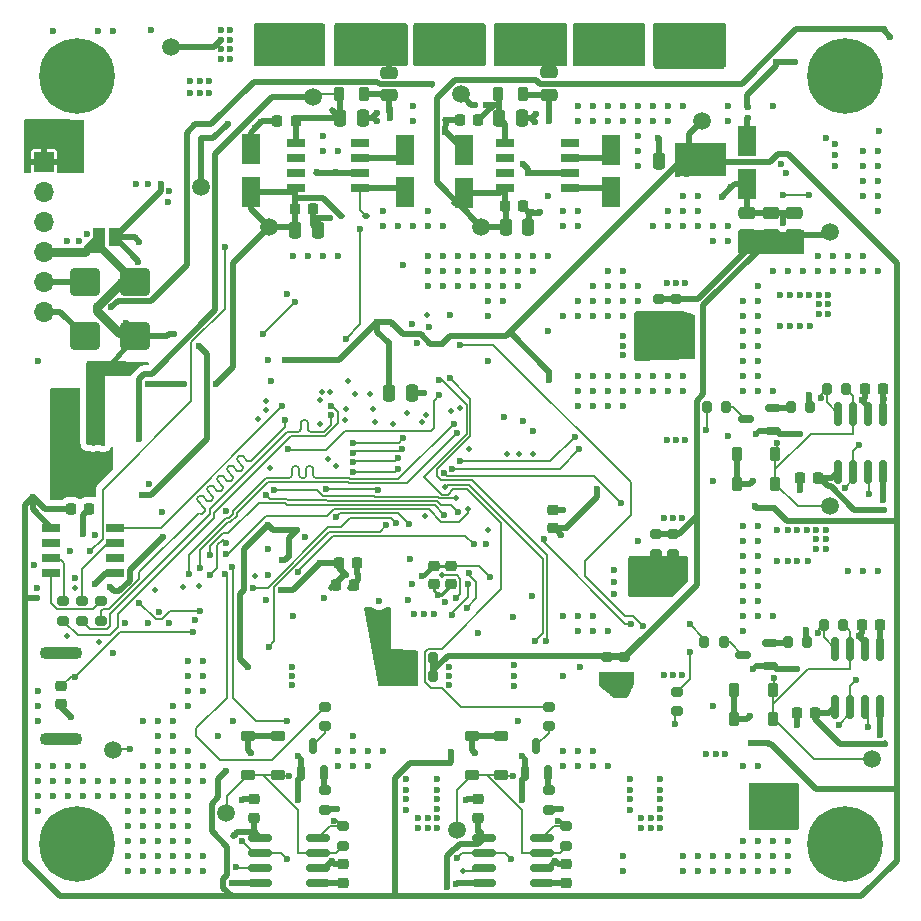
<source format=gbr>
%TF.GenerationSoftware,KiCad,Pcbnew,8.0.3*%
%TF.CreationDate,2024-09-23T16:56:09+02:00*%
%TF.ProjectId,USAN_r0,5553414e-5f72-4302-9e6b-696361645f70,rev?*%
%TF.SameCoordinates,Original*%
%TF.FileFunction,Copper,L4,Bot*%
%TF.FilePolarity,Positive*%
%FSLAX46Y46*%
G04 Gerber Fmt 4.6, Leading zero omitted, Abs format (unit mm)*
G04 Created by KiCad (PCBNEW 8.0.3) date 2024-09-23 16:56:09*
%MOMM*%
%LPD*%
G01*
G04 APERTURE LIST*
G04 Aperture macros list*
%AMRoundRect*
0 Rectangle with rounded corners*
0 $1 Rounding radius*
0 $2 $3 $4 $5 $6 $7 $8 $9 X,Y pos of 4 corners*
0 Add a 4 corners polygon primitive as box body*
4,1,4,$2,$3,$4,$5,$6,$7,$8,$9,$2,$3,0*
0 Add four circle primitives for the rounded corners*
1,1,$1+$1,$2,$3*
1,1,$1+$1,$4,$5*
1,1,$1+$1,$6,$7*
1,1,$1+$1,$8,$9*
0 Add four rect primitives between the rounded corners*
20,1,$1+$1,$2,$3,$4,$5,0*
20,1,$1+$1,$4,$5,$6,$7,0*
20,1,$1+$1,$6,$7,$8,$9,0*
20,1,$1+$1,$8,$9,$2,$3,0*%
G04 Aperture macros list end*
%TA.AperFunction,ComponentPad*%
%ADD10C,0.800000*%
%TD*%
%TA.AperFunction,ComponentPad*%
%ADD11C,6.400000*%
%TD*%
%TA.AperFunction,ComponentPad*%
%ADD12O,3.600000X1.100000*%
%TD*%
%TA.AperFunction,ComponentPad*%
%ADD13R,1.700000X1.700000*%
%TD*%
%TA.AperFunction,ComponentPad*%
%ADD14O,1.700000X1.700000*%
%TD*%
%TA.AperFunction,SMDPad,CuDef*%
%ADD15C,1.500000*%
%TD*%
%TA.AperFunction,SMDPad,CuDef*%
%ADD16RoundRect,0.218750X0.218750X0.381250X-0.218750X0.381250X-0.218750X-0.381250X0.218750X-0.381250X0*%
%TD*%
%TA.AperFunction,SMDPad,CuDef*%
%ADD17RoundRect,0.250000X-0.250000X-0.475000X0.250000X-0.475000X0.250000X0.475000X-0.250000X0.475000X0*%
%TD*%
%TA.AperFunction,SMDPad,CuDef*%
%ADD18RoundRect,0.225000X0.225000X0.250000X-0.225000X0.250000X-0.225000X-0.250000X0.225000X-0.250000X0*%
%TD*%
%TA.AperFunction,SMDPad,CuDef*%
%ADD19RoundRect,0.200000X-0.275000X0.200000X-0.275000X-0.200000X0.275000X-0.200000X0.275000X0.200000X0*%
%TD*%
%TA.AperFunction,SMDPad,CuDef*%
%ADD20R,1.525000X0.650000*%
%TD*%
%TA.AperFunction,SMDPad,CuDef*%
%ADD21RoundRect,0.250000X0.475000X-0.250000X0.475000X0.250000X-0.475000X0.250000X-0.475000X-0.250000X0*%
%TD*%
%TA.AperFunction,SMDPad,CuDef*%
%ADD22RoundRect,0.150000X0.825000X0.150000X-0.825000X0.150000X-0.825000X-0.150000X0.825000X-0.150000X0*%
%TD*%
%TA.AperFunction,SMDPad,CuDef*%
%ADD23RoundRect,0.200000X0.200000X0.275000X-0.200000X0.275000X-0.200000X-0.275000X0.200000X-0.275000X0*%
%TD*%
%TA.AperFunction,SMDPad,CuDef*%
%ADD24RoundRect,0.250000X-1.050000X-0.550000X1.050000X-0.550000X1.050000X0.550000X-1.050000X0.550000X0*%
%TD*%
%TA.AperFunction,SMDPad,CuDef*%
%ADD25RoundRect,0.225000X-0.225000X-0.250000X0.225000X-0.250000X0.225000X0.250000X-0.225000X0.250000X0*%
%TD*%
%TA.AperFunction,SMDPad,CuDef*%
%ADD26RoundRect,0.150000X0.150000X-0.512500X0.150000X0.512500X-0.150000X0.512500X-0.150000X-0.512500X0*%
%TD*%
%TA.AperFunction,SMDPad,CuDef*%
%ADD27RoundRect,0.225000X0.225000X0.375000X-0.225000X0.375000X-0.225000X-0.375000X0.225000X-0.375000X0*%
%TD*%
%TA.AperFunction,SMDPad,CuDef*%
%ADD28RoundRect,0.200000X0.275000X-0.200000X0.275000X0.200000X-0.275000X0.200000X-0.275000X-0.200000X0*%
%TD*%
%TA.AperFunction,SMDPad,CuDef*%
%ADD29RoundRect,0.250000X-0.550000X1.050000X-0.550000X-1.050000X0.550000X-1.050000X0.550000X1.050000X0*%
%TD*%
%TA.AperFunction,SMDPad,CuDef*%
%ADD30RoundRect,0.225000X-0.375000X0.225000X-0.375000X-0.225000X0.375000X-0.225000X0.375000X0.225000X0*%
%TD*%
%TA.AperFunction,SMDPad,CuDef*%
%ADD31RoundRect,0.250000X0.250000X0.475000X-0.250000X0.475000X-0.250000X-0.475000X0.250000X-0.475000X0*%
%TD*%
%TA.AperFunction,SMDPad,CuDef*%
%ADD32RoundRect,0.200000X-0.200000X-0.275000X0.200000X-0.275000X0.200000X0.275000X-0.200000X0.275000X0*%
%TD*%
%TA.AperFunction,SMDPad,CuDef*%
%ADD33RoundRect,0.150000X-0.150000X0.825000X-0.150000X-0.825000X0.150000X-0.825000X0.150000X0.825000X0*%
%TD*%
%TA.AperFunction,SMDPad,CuDef*%
%ADD34RoundRect,0.225000X-0.250000X0.225000X-0.250000X-0.225000X0.250000X-0.225000X0.250000X0.225000X0*%
%TD*%
%TA.AperFunction,SMDPad,CuDef*%
%ADD35RoundRect,0.112500X0.187500X0.112500X-0.187500X0.112500X-0.187500X-0.112500X0.187500X-0.112500X0*%
%TD*%
%TA.AperFunction,SMDPad,CuDef*%
%ADD36RoundRect,0.250000X1.000000X0.900000X-1.000000X0.900000X-1.000000X-0.900000X1.000000X-0.900000X0*%
%TD*%
%TA.AperFunction,SMDPad,CuDef*%
%ADD37RoundRect,0.225000X0.250000X-0.225000X0.250000X0.225000X-0.250000X0.225000X-0.250000X-0.225000X0*%
%TD*%
%TA.AperFunction,SMDPad,CuDef*%
%ADD38RoundRect,0.225000X0.375000X-0.225000X0.375000X0.225000X-0.375000X0.225000X-0.375000X-0.225000X0*%
%TD*%
%TA.AperFunction,SMDPad,CuDef*%
%ADD39RoundRect,0.150000X0.512500X0.150000X-0.512500X0.150000X-0.512500X-0.150000X0.512500X-0.150000X0*%
%TD*%
%TA.AperFunction,SMDPad,CuDef*%
%ADD40R,1.000000X1.500000*%
%TD*%
%TA.AperFunction,SMDPad,CuDef*%
%ADD41RoundRect,0.225000X-0.225000X-0.375000X0.225000X-0.375000X0.225000X0.375000X-0.225000X0.375000X0*%
%TD*%
%TA.AperFunction,ViaPad*%
%ADD42C,0.600000*%
%TD*%
%TA.AperFunction,ViaPad*%
%ADD43C,0.500000*%
%TD*%
%TA.AperFunction,Conductor*%
%ADD44C,0.500000*%
%TD*%
%TA.AperFunction,Conductor*%
%ADD45C,0.200000*%
%TD*%
%TA.AperFunction,Conductor*%
%ADD46C,0.250000*%
%TD*%
%TA.AperFunction,Conductor*%
%ADD47C,0.800000*%
%TD*%
%TA.AperFunction,Conductor*%
%ADD48C,0.300000*%
%TD*%
%TA.AperFunction,Conductor*%
%ADD49C,0.400000*%
%TD*%
%TA.AperFunction,Conductor*%
%ADD50C,0.700000*%
%TD*%
G04 APERTURE END LIST*
D10*
%TO.P,H3,1*%
%TO.N,N/C*%
X120000000Y-117600000D03*
X121697056Y-118302944D03*
X118302944Y-118302944D03*
X122400000Y-120000000D03*
D11*
X120000000Y-120000000D03*
D10*
X117600000Y-120000000D03*
X121697056Y-121697056D03*
X118302944Y-121697056D03*
X120000000Y-122400000D03*
%TD*%
%TO.P,H4,1*%
%TO.N,N/C*%
X117600000Y-55000000D03*
X118302944Y-53302944D03*
X118302944Y-56697056D03*
X120000000Y-52600000D03*
D11*
X120000000Y-55000000D03*
D10*
X120000000Y-57400000D03*
X121697056Y-53302944D03*
X121697056Y-56697056D03*
X122400000Y-55000000D03*
%TD*%
D12*
%TO.P,J1,6,Shield*%
%TO.N,GND*%
X53662500Y-103775000D03*
X53662500Y-111075000D03*
%TD*%
D13*
%TO.P,IN1,1,Pin_1*%
%TO.N,GND*%
X52200000Y-62220000D03*
D14*
%TO.P,IN1,2,Pin_2*%
%TO.N,/IO/V_IN*%
X52200000Y-64760000D03*
%TO.P,IN1,3,Pin_3*%
%TO.N,/IO/Trigger_IN*%
X52200000Y-67300000D03*
%TO.P,IN1,4,Pin_4*%
%TO.N,GNDREF*%
X52200000Y-69840000D03*
%TO.P,IN1,5,Pin_5*%
%TO.N,/IO/DAC_OUT_A*%
X52200000Y-72380000D03*
%TO.P,IN1,6,Pin_6*%
%TO.N,/IO/DAC_OUT_B*%
X52200000Y-74920000D03*
%TD*%
D10*
%TO.P,H2,1*%
%TO.N,N/C*%
X52600000Y-120000000D03*
X53302944Y-118302944D03*
X53302944Y-121697056D03*
X55000000Y-117600000D03*
D11*
X55000000Y-120000000D03*
D10*
X55000000Y-122400000D03*
X56697056Y-118302944D03*
X56697056Y-121697056D03*
X57400000Y-120000000D03*
%TD*%
%TO.P,H1,1*%
%TO.N,N/C*%
X52600000Y-55000000D03*
X53302944Y-53302944D03*
X53302944Y-56697056D03*
X55000000Y-52600000D03*
D11*
X55000000Y-55000000D03*
D10*
X55000000Y-57400000D03*
X56697056Y-53302944D03*
X56697056Y-56697056D03*
X57400000Y-55000000D03*
%TD*%
D15*
%TO.P,T_GND1,1,1*%
%TO.N,GND*%
X65500000Y-64400000D03*
%TD*%
D16*
%TO.P,L1,1,1*%
%TO.N,Net-(V12-V_out)*%
X79312500Y-56500000D03*
%TO.P,L1,2,2*%
%TO.N,+12V*%
X77187500Y-56500000D03*
%TD*%
D17*
%TO.P,C66,1*%
%TO.N,-12V*%
X73500000Y-68000000D03*
%TO.P,C66,2*%
%TO.N,GND*%
X75400000Y-68000000D03*
%TD*%
D18*
%TO.P,C74,1*%
%TO.N,+12V*%
X73525000Y-58750000D03*
%TO.P,C74,2*%
%TO.N,GND*%
X71975000Y-58750000D03*
%TD*%
D19*
%TO.P,R64,1*%
%TO.N,TR2_C*%
X76000001Y-108350000D03*
%TO.P,R64,2*%
%TO.N,Net-(Q9-G)*%
X76000001Y-110000000D03*
%TD*%
D17*
%TO.P,C67,1*%
%TO.N,-5V*%
X91300000Y-67750000D03*
%TO.P,C67,2*%
%TO.N,GND*%
X93200000Y-67750000D03*
%TD*%
D20*
%TO.P,IC5,1,CE#*%
%TO.N,NSS_RAM*%
X58261500Y-93200000D03*
%TO.P,IC5,2,SO/SIO1*%
%TO.N,Net-(IC5-SO{slash}SIO1)*%
X58261500Y-94470000D03*
%TO.P,IC5,3,SIO2*%
%TO.N,unconnected-(IC5-SIO2-Pad3)*%
X58261500Y-95740000D03*
%TO.P,IC5,4,VSS*%
%TO.N,GND*%
X58261500Y-97010000D03*
%TO.P,IC5,5,SI/SIO0*%
%TO.N,Net-(IC5-SI{slash}SIO0)*%
X52837500Y-97010000D03*
%TO.P,IC5,6,CLK*%
%TO.N,Net-(IC5-CLK)*%
X52837500Y-95740000D03*
%TO.P,IC5,7,SIO3*%
%TO.N,unconnected-(IC5-SIO3-Pad7)*%
X52837500Y-94470000D03*
%TO.P,IC5,8,VDD*%
%TO.N,+3V3*%
X52837500Y-93200000D03*
%TD*%
D19*
%TO.P,R25,1*%
%TO.N,Vdrive*%
X105499999Y-93760001D03*
%TO.P,R25,2*%
%TO.N,Net-(C54-Pad1)*%
X105499999Y-95410001D03*
%TD*%
D21*
%TO.P,C2,1*%
%TO.N,Net-(V12-V_out)*%
X81400000Y-56600000D03*
%TO.P,C2,2*%
%TO.N,GND*%
X81400000Y-54700000D03*
%TD*%
D15*
%TO.P,T_12V1,1,1*%
%TO.N,+12V*%
X75000000Y-56750000D03*
%TD*%
D19*
%TO.P,R49,1*%
%TO.N,TR3_H*%
X105850000Y-107100000D03*
%TO.P,R49,2*%
%TO.N,Net-(Q10-G)*%
X105850000Y-108750000D03*
%TD*%
D17*
%TO.P,C3,1*%
%TO.N,+12V*%
X77300000Y-58500000D03*
%TO.P,C3,2*%
%TO.N,GND*%
X79200000Y-58500000D03*
%TD*%
D22*
%TO.P,U5,1*%
%TO.N,Net-(R36-Pad2)*%
X75450001Y-119460000D03*
%TO.P,U5,2,-*%
%TO.N,/Analog/frontend_2/Analog_LV*%
X75450001Y-120730000D03*
%TO.P,U5,3,+*%
%TO.N,GND*%
X75450001Y-122000000D03*
%TO.P,U5,4,V-*%
%TO.N,-5V*%
X75450001Y-123270000D03*
%TO.P,U5,5,+*%
%TO.N,GND*%
X70500001Y-123270000D03*
%TO.P,U5,6,-*%
%TO.N,Net-(JP8-C)*%
X70500001Y-122000000D03*
%TO.P,U5,7*%
%TO.N,Net-(C59-Pad1)*%
X70500001Y-120730000D03*
%TO.P,U5,8,V+*%
%TO.N,+5V*%
X70500001Y-119460000D03*
%TD*%
D23*
%TO.P,R77,1*%
%TO.N,Vdrive*%
X85150000Y-104249999D03*
%TO.P,R77,2*%
%TO.N,Net-(C58-Pad1)*%
X83500000Y-104249999D03*
%TD*%
D24*
%TO.P,C7,1*%
%TO.N,+24V*%
X101700000Y-53000000D03*
%TO.P,C7,2*%
%TO.N,GND*%
X105300000Y-53000000D03*
%TD*%
D19*
%TO.P,R59,1*%
%TO.N,Net-(Q12-D)*%
X94950001Y-115425000D03*
%TO.P,R59,2*%
%TO.N,Net-(R59-Pad2)*%
X94950001Y-117075000D03*
%TD*%
D24*
%TO.P,C4,1*%
%TO.N,+24V*%
X88150000Y-53000000D03*
%TO.P,C4,2*%
%TO.N,GND*%
X91750000Y-53000000D03*
%TD*%
D25*
%TO.P,C72,1*%
%TO.N,-5V*%
X91225000Y-66000000D03*
%TO.P,C72,2*%
%TO.N,GND*%
X92775000Y-66000000D03*
%TD*%
D26*
%TO.P,Q9,1,D*%
%TO.N,Net-(Q9-D)*%
X75905001Y-113937500D03*
%TO.P,Q9,2,S*%
%TO.N,GND*%
X74005001Y-113937500D03*
%TO.P,Q9,3,G*%
%TO.N,Net-(Q9-G)*%
X74955001Y-111662500D03*
%TD*%
D15*
%TO.P,T_V_ADJ1,1,1*%
%TO.N,Vdrive*%
X118800000Y-68200000D03*
%TD*%
%TO.P,T_-5V1,1,1*%
%TO.N,-5V*%
X89250000Y-67750000D03*
%TD*%
D27*
%TO.P,D9,1,K*%
%TO.N,/Analog/frontend_1/Analog_LV*%
X113900000Y-109410000D03*
%TO.P,D9,2,A*%
%TO.N,GND*%
X110600000Y-109410000D03*
%TD*%
D28*
%TO.P,R50,1*%
%TO.N,/Analog/frontend_3/Analog_LV*%
X96450001Y-120150000D03*
%TO.P,R50,2*%
%TO.N,Net-(R50-Pad2)*%
X96450001Y-118500000D03*
%TD*%
D21*
%TO.P,C5,1*%
%TO.N,Net-(V5-V_out)*%
X95000000Y-56550000D03*
%TO.P,C5,2*%
%TO.N,GND*%
X95000000Y-54650000D03*
%TD*%
D29*
%TO.P,C10,1*%
%TO.N,GND*%
X69750000Y-61150000D03*
%TO.P,C10,2*%
%TO.N,-12V*%
X69750000Y-64750000D03*
%TD*%
D25*
%TO.P,C57,1*%
%TO.N,GND*%
X121450000Y-101410000D03*
%TO.P,C57,2*%
%TO.N,-5V*%
X123000000Y-101410000D03*
%TD*%
D19*
%TO.P,R75,1*%
%TO.N,Vdrive*%
X104250000Y-73850000D03*
%TO.P,R75,2*%
%TO.N,Net-(C48-Pad1)*%
X104250000Y-75500000D03*
%TD*%
D30*
%TO.P,D16,1,K*%
%TO.N,GND*%
X90950001Y-110850000D03*
%TO.P,D16,2,A*%
%TO.N,/Analog/frontend_3/Analog_LV*%
X90950001Y-114150000D03*
%TD*%
D31*
%TO.P,C8,1*%
%TO.N,+3V3*%
X106150000Y-62200000D03*
%TO.P,C8,2*%
%TO.N,GND*%
X104250000Y-62200000D03*
%TD*%
D32*
%TO.P,R18,1*%
%TO.N,TR0_C*%
X108350000Y-83000000D03*
%TO.P,R18,2*%
%TO.N,Net-(Q3-G)*%
X110000000Y-83000000D03*
%TD*%
D33*
%TO.P,U4,1*%
%TO.N,Net-(R22-Pad2)*%
X119210000Y-103460000D03*
%TO.P,U4,2,-*%
%TO.N,/Analog/frontend_1/Analog_LV*%
X120480000Y-103460000D03*
%TO.P,U4,3,+*%
%TO.N,GND*%
X121750000Y-103460000D03*
%TO.P,U4,4,V-*%
%TO.N,-5V*%
X123020000Y-103460000D03*
%TO.P,U4,5,+*%
%TO.N,GND*%
X123020000Y-108410000D03*
%TO.P,U4,6,-*%
%TO.N,Net-(JP6-C)*%
X121750000Y-108410000D03*
%TO.P,U4,7*%
%TO.N,Net-(C55-Pad1)*%
X120480000Y-108410000D03*
%TO.P,U4,8,V+*%
%TO.N,+5V*%
X119210000Y-108410000D03*
%TD*%
D29*
%TO.P,C11,1*%
%TO.N,Net-(IC1-CAP+)*%
X82750000Y-61200000D03*
%TO.P,C11,2*%
%TO.N,Net-(D25-K)*%
X82750000Y-64800000D03*
%TD*%
D34*
%TO.P,C53,1*%
%TO.N,/IO/VBUS*%
X53662500Y-106625000D03*
%TO.P,C53,2*%
%TO.N,GND*%
X53662500Y-108175000D03*
%TD*%
D19*
%TO.P,R74,1*%
%TO.N,Net-(IC5-SI{slash}SIO0)*%
X57037500Y-99428750D03*
%TO.P,R74,2*%
%TO.N,MOSI_RAM*%
X57037500Y-101078750D03*
%TD*%
D23*
%TO.P,R39,1*%
%TO.N,Vdrive*%
X85150000Y-105749999D03*
%TO.P,R39,2*%
%TO.N,Net-(C58-Pad1)*%
X83500000Y-105749999D03*
%TD*%
D35*
%TO.P,D25,1,K*%
%TO.N,Net-(D25-K)*%
X79450000Y-66800000D03*
%TO.P,D25,2,A*%
%TO.N,-12V*%
X77350000Y-66800000D03*
%TD*%
D15*
%TO.P,T_24V1,1,1*%
%TO.N,+24V*%
X63000000Y-52500000D03*
%TD*%
%TO.P,T_GND4,1,1*%
%TO.N,/Analog/frontend_2/Analog_LV*%
X67600000Y-117400000D03*
%TD*%
%TO.P,T_5V1,1,1*%
%TO.N,+5V*%
X87500000Y-56500000D03*
%TD*%
D25*
%TO.P,C33,1*%
%TO.N,+3V3*%
X76900000Y-98100000D03*
%TO.P,C33,2*%
%TO.N,GND*%
X78450000Y-98100000D03*
%TD*%
D36*
%TO.P,D22,1,A1*%
%TO.N,GNDREF*%
X59950000Y-72400000D03*
%TO.P,D22,2,A2*%
%TO.N,/IO/DAC_OUT_A*%
X55650000Y-72400000D03*
%TD*%
D15*
%TO.P,T_GND5,1,1*%
%TO.N,/Analog/frontend_3/Analog_LV*%
X87200000Y-118800000D03*
%TD*%
D25*
%TO.P,C47,1*%
%TO.N,GND*%
X116200000Y-89000000D03*
%TO.P,C47,2*%
%TO.N,+5V*%
X117750000Y-89000000D03*
%TD*%
D26*
%TO.P,Q12,1,D*%
%TO.N,Net-(Q12-D)*%
X94855001Y-113937500D03*
%TO.P,Q12,2,S*%
%TO.N,GND*%
X92955001Y-113937500D03*
%TO.P,Q12,3,G*%
%TO.N,Net-(Q12-G)*%
X93905001Y-111662500D03*
%TD*%
D29*
%TO.P,C12,1*%
%TO.N,Net-(IC2-CAP+)*%
X100250000Y-61200000D03*
%TO.P,C12,2*%
%TO.N,Net-(IC2-CAP-)*%
X100250000Y-64800000D03*
%TD*%
D24*
%TO.P,C1,1*%
%TO.N,+24V*%
X74650000Y-53000000D03*
%TO.P,C1,2*%
%TO.N,GND*%
X78250000Y-53000000D03*
%TD*%
D17*
%TO.P,C6,1*%
%TO.N,+5V*%
X90750000Y-58500000D03*
%TO.P,C6,2*%
%TO.N,GND*%
X92650000Y-58500000D03*
%TD*%
D37*
%TO.P,C81,1*%
%TO.N,+3V3*%
X95300000Y-93250000D03*
%TO.P,C81,2*%
%TO.N,GND*%
X95300000Y-91700000D03*
%TD*%
D38*
%TO.P,D17,1,K*%
%TO.N,/Analog/frontend_3/Analog_LV*%
X88450001Y-114150000D03*
%TO.P,D17,2,A*%
%TO.N,GND*%
X88450001Y-110850000D03*
%TD*%
D15*
%TO.P,T_-12V1,1,1*%
%TO.N,-12V*%
X71250000Y-67750000D03*
%TD*%
D32*
%TO.P,R63,1*%
%TO.N,TR1_C*%
X108100000Y-102910000D03*
%TO.P,R63,2*%
%TO.N,Net-(Q6-G)*%
X109750000Y-102910000D03*
%TD*%
D25*
%TO.P,C49,1*%
%TO.N,GND*%
X121700000Y-81500000D03*
%TO.P,C49,2*%
%TO.N,-5V*%
X123250000Y-81500000D03*
%TD*%
D34*
%TO.P,C65,1*%
%TO.N,GND*%
X96450001Y-121700000D03*
%TO.P,C65,2*%
%TO.N,-5V*%
X96450001Y-123250000D03*
%TD*%
D30*
%TO.P,D12,1,K*%
%TO.N,GND*%
X72000001Y-110850000D03*
%TO.P,D12,2,A*%
%TO.N,/Analog/frontend_2/Analog_LV*%
X72000001Y-114150000D03*
%TD*%
D15*
%TO.P,T_Analog1,1,1*%
%TO.N,/Analog/frontend_0/Analog_LV*%
X118800000Y-91400000D03*
%TD*%
D19*
%TO.P,R73,1*%
%TO.N,Net-(IC5-CLK)*%
X53837500Y-99428750D03*
%TO.P,R73,2*%
%TO.N,CLK_RAM*%
X53837500Y-101078750D03*
%TD*%
D36*
%TO.P,D23,1,A1*%
%TO.N,GNDREF*%
X59950000Y-77000000D03*
%TO.P,D23,2,A2*%
%TO.N,/IO/DAC_OUT_B*%
X55650000Y-77000000D03*
%TD*%
D32*
%TO.P,R12,1*%
%TO.N,Net-(Q3-D)*%
X115425000Y-83000000D03*
%TO.P,R12,2*%
%TO.N,Net-(R11-Pad2)*%
X117075000Y-83000000D03*
%TD*%
D19*
%TO.P,R53,1*%
%TO.N,Vdrive*%
X101350000Y-104175000D03*
%TO.P,R53,2*%
%TO.N,Net-(C62-Pad1)*%
X101350000Y-105825000D03*
%TD*%
D34*
%TO.P,C60,1*%
%TO.N,GND*%
X70000001Y-116200000D03*
%TO.P,C60,2*%
%TO.N,+5V*%
X70000001Y-117750000D03*
%TD*%
D15*
%TO.P,T_3V3,1,1*%
%TO.N,+3V3*%
X107900000Y-58800000D03*
%TD*%
D39*
%TO.P,Q3,1,D*%
%TO.N,Net-(Q3-D)*%
X113937500Y-83095000D03*
%TO.P,Q3,2,S*%
%TO.N,GND*%
X113937500Y-84995000D03*
%TO.P,Q3,3,G*%
%TO.N,Net-(Q3-G)*%
X111662500Y-84045000D03*
%TD*%
D25*
%TO.P,C42,1*%
%TO.N,+3V3*%
X77200000Y-96200000D03*
%TO.P,C42,2*%
%TO.N,GND*%
X78750000Y-96200000D03*
%TD*%
D40*
%TO.P,GND_CONN1,1,A*%
%TO.N,GNDREF*%
X56900000Y-68600000D03*
%TO.P,GND_CONN1,2,B*%
%TO.N,GND*%
X58200000Y-68600000D03*
%TD*%
D21*
%TO.P,C70,1*%
%TO.N,Vdrive*%
X111750000Y-68450000D03*
%TO.P,C70,2*%
%TO.N,GND*%
X111750000Y-66550000D03*
%TD*%
D19*
%TO.P,R45,1*%
%TO.N,Net-(Q9-D)*%
X76000001Y-115425000D03*
%TO.P,R45,2*%
%TO.N,Net-(R45-Pad2)*%
X76000001Y-117075000D03*
%TD*%
D41*
%TO.P,D4,1,K*%
%TO.N,GND*%
X110850000Y-87000000D03*
%TO.P,D4,2,A*%
%TO.N,/Analog/frontend_0/Analog_LV*%
X114150000Y-87000000D03*
%TD*%
D23*
%TO.P,R14,1*%
%TO.N,/Analog/frontend_0/Analog_LV*%
X120150000Y-81500000D03*
%TO.P,R14,2*%
%TO.N,Net-(R14-Pad2)*%
X118500000Y-81500000D03*
%TD*%
D15*
%TO.P,T_GND3,1,1*%
%TO.N,/Analog/frontend_1/Analog_LV*%
X122300000Y-112800000D03*
%TD*%
D38*
%TO.P,D13,1,K*%
%TO.N,/Analog/frontend_2/Analog_LV*%
X69500001Y-114150000D03*
%TO.P,D13,2,A*%
%TO.N,GND*%
X69500001Y-110850000D03*
%TD*%
D20*
%TO.P,IC2,1,NC*%
%TO.N,unconnected-(IC2-NC-Pad1)*%
X96712000Y-60595000D03*
%TO.P,IC2,2,CAP+*%
%TO.N,Net-(IC2-CAP+)*%
X96712000Y-61865000D03*
%TO.P,IC2,3,GND*%
%TO.N,GND*%
X96712000Y-63135000D03*
%TO.P,IC2,4,CAP-*%
%TO.N,Net-(IC2-CAP-)*%
X96712000Y-64405000D03*
%TO.P,IC2,5,VOUT*%
%TO.N,-5V*%
X91288000Y-64405000D03*
%TO.P,IC2,6,LV*%
%TO.N,unconnected-(IC2-LV-Pad6)*%
X91288000Y-63135000D03*
%TO.P,IC2,7,OSC*%
%TO.N,unconnected-(IC2-OSC-Pad7)*%
X91288000Y-61865000D03*
%TO.P,IC2,8,V+*%
%TO.N,+5V*%
X91288000Y-60595000D03*
%TD*%
D28*
%TO.P,R36,1*%
%TO.N,/Analog/frontend_2/Analog_LV*%
X77500001Y-120150000D03*
%TO.P,R36,2*%
%TO.N,Net-(R36-Pad2)*%
X77500001Y-118500000D03*
%TD*%
D25*
%TO.P,C56,1*%
%TO.N,GND*%
X115950000Y-108910000D03*
%TO.P,C56,2*%
%TO.N,+5V*%
X117500000Y-108910000D03*
%TD*%
D21*
%TO.P,C69,1*%
%TO.N,Vdrive*%
X115750000Y-68450000D03*
%TO.P,C69,2*%
%TO.N,GND*%
X115750000Y-66550000D03*
%TD*%
D17*
%TO.P,C45,1*%
%TO.N,+3V3*%
X81450000Y-81800000D03*
%TO.P,C45,2*%
%TO.N,GND*%
X83350000Y-81800000D03*
%TD*%
D29*
%TO.P,C9,1*%
%TO.N,+24V*%
X111750000Y-60500000D03*
%TO.P,C9,2*%
%TO.N,GND*%
X111750000Y-64100000D03*
%TD*%
D41*
%TO.P,D8,1,K*%
%TO.N,GND*%
X110600000Y-106910000D03*
%TO.P,D8,2,A*%
%TO.N,/Analog/frontend_1/Analog_LV*%
X113900000Y-106910000D03*
%TD*%
D19*
%TO.P,R3,1*%
%TO.N,Vdrive*%
X105750000Y-73850000D03*
%TO.P,R3,2*%
%TO.N,Net-(C48-Pad1)*%
X105750000Y-75500000D03*
%TD*%
%TO.P,R65,1*%
%TO.N,TR3_C*%
X94950001Y-108350000D03*
%TO.P,R65,2*%
%TO.N,Net-(Q12-G)*%
X94950001Y-110000000D03*
%TD*%
D25*
%TO.P,C73,1*%
%TO.N,-12V*%
X73450000Y-66250000D03*
%TO.P,C73,2*%
%TO.N,GND*%
X75000000Y-66250000D03*
%TD*%
D34*
%TO.P,C27,1*%
%TO.N,/MCU/VDDA*%
X86700000Y-96425000D03*
%TO.P,C27,2*%
%TO.N,GND*%
X86700000Y-97975000D03*
%TD*%
%TO.P,C61,1*%
%TO.N,GND*%
X77500001Y-121700000D03*
%TO.P,C61,2*%
%TO.N,-5V*%
X77500001Y-123250000D03*
%TD*%
D19*
%TO.P,R78,1*%
%TO.N,Vdrive*%
X99850000Y-104175000D03*
%TO.P,R78,2*%
%TO.N,Net-(C62-Pad1)*%
X99850000Y-105825000D03*
%TD*%
D22*
%TO.P,U6,1*%
%TO.N,Net-(R50-Pad2)*%
X94400001Y-119460000D03*
%TO.P,U6,2,-*%
%TO.N,/Analog/frontend_3/Analog_LV*%
X94400001Y-120730000D03*
%TO.P,U6,3,+*%
%TO.N,GND*%
X94400001Y-122000000D03*
%TO.P,U6,4,V-*%
%TO.N,-5V*%
X94400001Y-123270000D03*
%TO.P,U6,5,+*%
%TO.N,GND*%
X89450001Y-123270000D03*
%TO.P,U6,6,-*%
%TO.N,Net-(JP10-C)*%
X89450001Y-122000000D03*
%TO.P,U6,7*%
%TO.N,Net-(C63-Pad1)*%
X89450001Y-120730000D03*
%TO.P,U6,8,V+*%
%TO.N,+5V*%
X89450001Y-119460000D03*
%TD*%
D28*
%TO.P,R72,1*%
%TO.N,MISO_RAM*%
X55437500Y-101078750D03*
%TO.P,R72,2*%
%TO.N,Net-(IC5-SO{slash}SIO1)*%
X55437500Y-99428750D03*
%TD*%
D20*
%TO.P,IC1,1,NC*%
%TO.N,unconnected-(IC1-NC-Pad1)*%
X78962000Y-60595000D03*
%TO.P,IC1,2,CAP+*%
%TO.N,Net-(IC1-CAP+)*%
X78962000Y-61865000D03*
%TO.P,IC1,3,GND*%
%TO.N,GND*%
X78962000Y-63135000D03*
%TO.P,IC1,4,CAP-*%
%TO.N,Net-(D25-K)*%
X78962000Y-64405000D03*
%TO.P,IC1,5,VOUT*%
%TO.N,-12V*%
X73538000Y-64405000D03*
%TO.P,IC1,6,LV*%
%TO.N,unconnected-(IC1-LV-Pad6)*%
X73538000Y-63135000D03*
%TO.P,IC1,7,OSC*%
%TO.N,unconnected-(IC1-OSC-Pad7)*%
X73538000Y-61865000D03*
%TO.P,IC1,8,V+*%
%TO.N,+12V*%
X73538000Y-60595000D03*
%TD*%
D15*
%TO.P,T_GND6,1,1*%
%TO.N,Net-(J1-ID)*%
X58062500Y-112025000D03*
%TD*%
D19*
%TO.P,R76,1*%
%TO.N,Vdrive*%
X103999999Y-93760001D03*
%TO.P,R76,2*%
%TO.N,Net-(C54-Pad1)*%
X103999999Y-95410001D03*
%TD*%
D18*
%TO.P,C46,1*%
%TO.N,GND*%
X56050000Y-91600000D03*
%TO.P,C46,2*%
%TO.N,+3V3*%
X54500000Y-91600000D03*
%TD*%
D34*
%TO.P,C52,1*%
%TO.N,/MCU/VDDA*%
X85200000Y-96425000D03*
%TO.P,C52,2*%
%TO.N,GND*%
X85200000Y-97975000D03*
%TD*%
D23*
%TO.P,R22,1*%
%TO.N,/Analog/frontend_1/Analog_LV*%
X119900000Y-101410000D03*
%TO.P,R22,2*%
%TO.N,Net-(R22-Pad2)*%
X118250000Y-101410000D03*
%TD*%
D25*
%TO.P,C71,1*%
%TO.N,GND*%
X87450000Y-58715000D03*
%TO.P,C71,2*%
%TO.N,+5V*%
X89000000Y-58715000D03*
%TD*%
D29*
%TO.P,C13,1*%
%TO.N,GND*%
X87750000Y-61250000D03*
%TO.P,C13,2*%
%TO.N,-5V*%
X87750000Y-64850000D03*
%TD*%
D33*
%TO.P,U3,1*%
%TO.N,Net-(R14-Pad2)*%
X119460000Y-83550000D03*
%TO.P,U3,2,-*%
%TO.N,/Analog/frontend_0/Analog_LV*%
X120730000Y-83550000D03*
%TO.P,U3,3,+*%
%TO.N,GND*%
X122000000Y-83550000D03*
%TO.P,U3,4,V-*%
%TO.N,-5V*%
X123270000Y-83550000D03*
%TO.P,U3,5,+*%
%TO.N,GND*%
X123270000Y-88500000D03*
%TO.P,U3,6,-*%
%TO.N,Net-(JP4-C)*%
X122000000Y-88500000D03*
%TO.P,U3,7*%
%TO.N,Net-(C50-Pad1)*%
X120730000Y-88500000D03*
%TO.P,U3,8,V+*%
%TO.N,+5V*%
X119460000Y-88500000D03*
%TD*%
D16*
%TO.P,L2,1,1*%
%TO.N,Net-(V5-V_out)*%
X92750000Y-56500000D03*
%TO.P,L2,2,2*%
%TO.N,+5V*%
X90625000Y-56500000D03*
%TD*%
D27*
%TO.P,D5,1,K*%
%TO.N,/Analog/frontend_0/Analog_LV*%
X114150000Y-89500000D03*
%TO.P,D5,2,A*%
%TO.N,GND*%
X110850000Y-89500000D03*
%TD*%
D34*
%TO.P,C64,1*%
%TO.N,GND*%
X88950001Y-116200000D03*
%TO.P,C64,2*%
%TO.N,+5V*%
X88950001Y-117750000D03*
%TD*%
D39*
%TO.P,Q6,1,D*%
%TO.N,Net-(Q6-D)*%
X113687500Y-103005000D03*
%TO.P,Q6,2,S*%
%TO.N,GND*%
X113687500Y-104905000D03*
%TO.P,Q6,3,G*%
%TO.N,Net-(Q6-G)*%
X111412500Y-103955000D03*
%TD*%
D32*
%TO.P,R31,1*%
%TO.N,Net-(Q6-D)*%
X115175000Y-102910000D03*
%TO.P,R31,2*%
%TO.N,Net-(R31-Pad2)*%
X116825000Y-102910000D03*
%TD*%
D21*
%TO.P,C85,1*%
%TO.N,Vdrive*%
X113750000Y-68450000D03*
%TO.P,C85,2*%
%TO.N,GND*%
X113750000Y-66550000D03*
%TD*%
D42*
%TO.N,GND*%
X112500000Y-115300000D03*
X87073699Y-123363038D03*
X91800000Y-51000000D03*
X64394250Y-118429500D03*
X61854250Y-109539500D03*
X115400000Y-73500000D03*
X58044250Y-115889500D03*
D43*
X54800000Y-98300000D03*
D42*
X110114250Y-122239500D03*
X88524250Y-71439500D03*
X110114250Y-85409500D03*
X104300000Y-60900000D03*
X112250000Y-105160001D03*
X106500000Y-72500000D03*
X64394250Y-122239500D03*
X99954250Y-80329500D03*
X64394250Y-112079500D03*
X108844250Y-108269500D03*
X97414250Y-73979500D03*
X111384250Y-77789500D03*
X98684250Y-80329500D03*
X96144250Y-75249500D03*
X119004250Y-70169500D03*
X114300000Y-93400000D03*
X94874250Y-76519500D03*
X97414250Y-113349500D03*
X106304250Y-65089500D03*
X80904250Y-67629500D03*
X67800000Y-59000000D03*
X114500000Y-76100000D03*
D43*
X77950000Y-80800000D03*
D42*
X83444250Y-67629500D03*
X80904250Y-112079500D03*
X97414250Y-81599500D03*
X82600000Y-71000000D03*
X65664250Y-106999500D03*
X101224250Y-81599500D03*
X56774250Y-51119500D03*
X112654250Y-100649500D03*
X112654250Y-79059500D03*
X111384250Y-113349500D03*
X61062500Y-101275000D03*
X110850000Y-88250000D03*
X55504250Y-114619500D03*
X64394250Y-113349500D03*
X108844250Y-120969500D03*
X110114250Y-68899500D03*
X121215124Y-102346216D03*
X115200000Y-93400000D03*
X106250000Y-105660001D03*
X113924250Y-81599500D03*
X65664250Y-104459500D03*
X51694250Y-106999500D03*
X111384250Y-76519500D03*
X73250000Y-105000000D03*
X111384250Y-96839500D03*
X77094250Y-113349500D03*
X121544250Y-71439500D03*
X85500000Y-117000000D03*
D43*
X87400000Y-83100000D03*
D42*
X118400000Y-60200000D03*
X84800000Y-76200000D03*
X74554250Y-70169500D03*
X71200000Y-97200000D03*
X61854250Y-119699500D03*
X114600000Y-62400000D03*
X55504250Y-113349500D03*
X60000000Y-64100000D03*
X69000000Y-116250000D03*
X106304250Y-66359500D03*
X59314250Y-120969500D03*
X113924250Y-100649500D03*
X89794250Y-79059500D03*
X61854250Y-118429500D03*
X97414250Y-75249500D03*
X111384250Y-93029500D03*
D43*
X80100000Y-83150000D03*
D42*
X93604250Y-70169500D03*
X63124250Y-109539500D03*
X121465124Y-82436215D03*
X98684250Y-75249500D03*
X78364250Y-112079500D03*
X102494250Y-94299500D03*
X64600000Y-56400000D03*
X61854250Y-115889500D03*
X70600000Y-58900000D03*
X102494250Y-73979500D03*
X112654250Y-94299500D03*
X60584250Y-119699500D03*
D43*
X75600000Y-82400000D03*
D42*
X86500000Y-105750000D03*
X55200000Y-68940000D03*
X105034250Y-67629500D03*
X63124250Y-120969500D03*
X116200000Y-76100000D03*
X84714250Y-67629500D03*
X116464250Y-71439500D03*
X89000000Y-102100000D03*
X66934250Y-110809500D03*
X71200000Y-79000000D03*
X115194250Y-122239500D03*
X112654250Y-95569500D03*
X77400000Y-51800000D03*
X65664250Y-113349500D03*
X89794250Y-71439500D03*
X76900000Y-63100000D03*
X73750000Y-112500000D03*
X68150000Y-123250000D03*
X97414250Y-66359500D03*
X63124250Y-117159500D03*
X63124250Y-114619500D03*
X59062500Y-101275000D03*
X56500000Y-93800000D03*
X55500000Y-93710002D03*
X83800000Y-77600000D03*
D43*
X78550000Y-81900000D03*
D42*
X111384250Y-73979500D03*
X76400000Y-67000000D03*
X105300000Y-51800000D03*
X62100000Y-64100000D03*
X92000000Y-104800000D03*
X83900000Y-117800000D03*
X122814250Y-61279500D03*
X102494250Y-62549500D03*
X111384250Y-80329500D03*
X51694250Y-79059500D03*
X66200000Y-55400000D03*
D43*
X91400000Y-86950000D03*
D42*
X100500000Y-97800000D03*
X60584250Y-117159500D03*
X54234250Y-114619500D03*
X77094250Y-70169500D03*
X52964250Y-51119500D03*
X104400000Y-117000000D03*
X73250000Y-106500000D03*
X102800000Y-117800000D03*
X93235000Y-63135000D03*
X51694250Y-113349500D03*
X91000000Y-51000000D03*
X109100000Y-112400000D03*
X105034250Y-57469500D03*
X121544250Y-65089500D03*
X102494250Y-80329500D03*
X60999997Y-64100000D03*
X96144250Y-113349500D03*
X111384250Y-99379500D03*
X52100000Y-59500000D03*
X103764250Y-80329500D03*
X64394250Y-104459500D03*
D43*
X93600000Y-86950000D03*
D42*
X83400000Y-98000000D03*
X61854250Y-112079500D03*
X73284250Y-100649500D03*
D43*
X84450000Y-92250000D03*
D42*
X85500000Y-117800000D03*
X89794250Y-72709500D03*
X63124250Y-119699500D03*
X83444250Y-57469500D03*
X92334250Y-70169500D03*
X111384250Y-95569500D03*
X52964250Y-114619500D03*
X112800000Y-66600000D03*
X87254250Y-70169500D03*
X58044250Y-51119500D03*
X52964250Y-113349500D03*
X123250000Y-90850000D03*
X101224250Y-80329500D03*
X70750000Y-110850000D03*
X110114250Y-58739500D03*
X107574250Y-65089500D03*
X87254250Y-72709500D03*
X120274250Y-71439500D03*
X69750000Y-112250000D03*
X107700000Y-53900000D03*
X116200000Y-73500000D03*
X101224250Y-73979500D03*
X89794250Y-75249500D03*
X82900000Y-115400000D03*
X71200000Y-95000000D03*
X84700000Y-117800000D03*
X65000000Y-101000000D03*
X61100000Y-89550000D03*
X118400000Y-94200000D03*
X85984250Y-70169500D03*
X63124250Y-108269500D03*
X60584250Y-115889500D03*
X85500000Y-114500000D03*
X64394250Y-114619500D03*
X98684250Y-57469500D03*
X100500000Y-96800000D03*
X111384250Y-98109500D03*
D43*
X71050000Y-82500000D03*
D42*
X101224250Y-72709500D03*
X86600000Y-75200000D03*
X75700000Y-67000000D03*
X86200000Y-99500000D03*
X111384250Y-122239500D03*
X78800000Y-97200000D03*
D43*
X75750000Y-81700000D03*
D42*
X62762500Y-101275000D03*
X91064250Y-73979500D03*
X111384250Y-79059500D03*
X122814250Y-66359500D03*
X85607394Y-98907394D03*
X60584250Y-113349500D03*
X112654250Y-73979500D03*
D43*
X80200000Y-84250000D03*
D42*
X116000000Y-96000000D03*
X106304250Y-67629500D03*
X115300000Y-115300000D03*
X98684250Y-101919500D03*
X93600000Y-85000000D03*
X85984250Y-71439500D03*
X97600000Y-105000000D03*
X101224250Y-122239500D03*
X117600000Y-94200000D03*
X119200000Y-62600000D03*
X108300000Y-112400000D03*
X92000000Y-106600000D03*
X112250000Y-89250000D03*
X97414250Y-57469500D03*
X80600000Y-99400000D03*
X121544250Y-62549500D03*
X119200000Y-61650000D03*
X104500000Y-51000000D03*
X54700000Y-60900000D03*
X92700000Y-112500000D03*
X93750000Y-58850000D03*
D43*
X82950000Y-83500000D03*
X65350000Y-98150000D03*
D42*
X112654250Y-98109500D03*
X54234250Y-115889500D03*
X67600000Y-91800000D03*
X100500000Y-98800000D03*
X94874250Y-65089500D03*
X106304250Y-122239500D03*
X96144250Y-100649500D03*
X101224250Y-120969500D03*
D43*
X56850000Y-102900000D03*
D42*
X61962500Y-100375000D03*
X56774250Y-115889500D03*
X119200000Y-60750000D03*
X103764250Y-67629500D03*
X54234250Y-113349500D03*
X99954250Y-73979500D03*
X83444250Y-58739500D03*
X85984250Y-72709500D03*
X75824250Y-70169500D03*
X105034250Y-66359500D03*
X89794250Y-73979500D03*
X96144250Y-66359500D03*
X51694250Y-109539500D03*
X107574250Y-120969500D03*
X89600000Y-94600000D03*
X79634250Y-112079500D03*
X84400000Y-81800000D03*
X65400000Y-56400000D03*
X86500000Y-105000000D03*
X92700000Y-116250000D03*
X108844250Y-122239500D03*
X92000000Y-105750000D03*
X122814250Y-63819500D03*
D43*
X76300000Y-87350000D03*
D42*
X109900000Y-112400000D03*
X82900000Y-114500000D03*
X98684250Y-112079500D03*
X85500000Y-118600000D03*
X62200000Y-91900000D03*
X80904250Y-66359500D03*
X97414250Y-100649500D03*
X106304250Y-80329500D03*
D43*
X84250000Y-84250000D03*
D42*
X121544250Y-96839500D03*
X116250000Y-85250000D03*
X54800000Y-97500000D03*
X110600000Y-108160001D03*
X113924250Y-122239500D03*
X88524250Y-72709500D03*
X116000000Y-105160001D03*
X79000000Y-51000000D03*
X63124250Y-113349500D03*
X106900000Y-53900000D03*
X123000000Y-110760001D03*
X77094250Y-112079500D03*
X97414250Y-80329500D03*
X117000000Y-73500000D03*
X102800000Y-118600000D03*
X101800000Y-117100000D03*
X59314250Y-114619500D03*
X73750000Y-116250000D03*
X64394250Y-105729500D03*
X99954250Y-72709500D03*
X99954250Y-101919500D03*
X85500000Y-115400000D03*
X105750000Y-72500000D03*
X56774250Y-114619500D03*
X108844250Y-89219500D03*
X55865290Y-68361917D03*
X112500000Y-85250000D03*
X106304250Y-120969500D03*
X71000000Y-99300000D03*
X59314250Y-119699500D03*
X84714250Y-71439500D03*
X113400000Y-115300000D03*
X95513785Y-121465124D03*
X83000000Y-99300000D03*
X112654250Y-77789500D03*
X102494250Y-61279500D03*
X101200000Y-78600000D03*
X121544250Y-63819500D03*
X58044250Y-114619500D03*
X51694250Y-108269500D03*
X114300000Y-115300000D03*
D43*
X71000000Y-83250000D03*
D42*
X110114250Y-67629500D03*
X93500000Y-99000000D03*
X97414250Y-112079500D03*
X61854250Y-114619500D03*
X60584250Y-122239500D03*
X109600000Y-65200000D03*
X103764250Y-81599500D03*
X117734250Y-70169500D03*
D43*
X77700000Y-84050000D03*
D42*
X114800000Y-67400000D03*
X101224250Y-57469500D03*
X116000000Y-93400000D03*
X61300000Y-51100000D03*
X113924250Y-57469500D03*
X87254250Y-71439500D03*
X106100000Y-51000000D03*
X98684250Y-100649500D03*
X85200000Y-100500000D03*
X78200000Y-51800000D03*
X86500000Y-106500000D03*
X122814250Y-96839500D03*
X73284250Y-70169500D03*
X59314250Y-122239500D03*
X113924250Y-71439500D03*
D43*
X88200000Y-86550000D03*
D42*
X75300000Y-63100000D03*
X112000000Y-109160001D03*
X121544250Y-70169500D03*
X104750000Y-105660001D03*
X84700000Y-118600000D03*
X112654250Y-113349500D03*
X110400000Y-64400000D03*
X115000000Y-63200000D03*
X101200000Y-77000000D03*
X106100000Y-51800000D03*
X98684250Y-82869500D03*
D43*
X76400000Y-81750000D03*
X77800000Y-83150000D03*
X84650000Y-75200000D03*
D42*
X106250000Y-92410001D03*
X112654250Y-122239500D03*
X104400000Y-115400000D03*
X96144250Y-67629500D03*
X70100000Y-59400000D03*
X61854250Y-117159500D03*
X85984250Y-67629500D03*
X96144250Y-105729500D03*
X112654250Y-80329500D03*
D43*
X54200000Y-102400000D03*
D42*
X60584250Y-120969500D03*
X62700000Y-65600000D03*
D43*
X84600000Y-83700000D03*
D42*
X91800000Y-51800000D03*
X105000000Y-85750000D03*
X104200000Y-60200000D03*
X113924250Y-120969500D03*
X86215000Y-58715000D03*
X61854250Y-113349500D03*
X79634250Y-113349500D03*
X115200000Y-96000000D03*
X107574250Y-66359500D03*
X101224250Y-71439500D03*
X58100000Y-103800000D03*
X112654250Y-120969500D03*
X116250000Y-90000000D03*
X122814250Y-71439500D03*
X83400000Y-76000000D03*
X59314250Y-117159500D03*
X99954250Y-113349500D03*
X59314250Y-115889500D03*
X92334250Y-109539500D03*
X79000000Y-51800000D03*
X85500000Y-116200000D03*
X112654250Y-75249500D03*
X96144250Y-112079500D03*
X93500000Y-66500000D03*
X116900000Y-96000000D03*
X92800000Y-62400000D03*
X83560002Y-100520002D03*
X117100000Y-76100000D03*
X65664250Y-120969500D03*
X104400000Y-114500000D03*
X102494250Y-58739500D03*
X63124250Y-110809500D03*
X105750000Y-85750000D03*
X99954250Y-71439500D03*
X112654250Y-119699500D03*
X105300000Y-51000000D03*
X105034250Y-81599500D03*
X101800000Y-114500000D03*
X110114250Y-120969500D03*
X68204250Y-109539500D03*
X105500000Y-92410001D03*
X54200000Y-68940000D03*
X115194250Y-119699500D03*
X91064250Y-71439500D03*
X104500000Y-51800000D03*
D43*
X86650000Y-83300000D03*
D42*
X72800000Y-73400000D03*
X75824250Y-61279500D03*
X88700000Y-112250000D03*
X112654250Y-81599500D03*
X111384250Y-75249500D03*
X51694250Y-114619500D03*
X99954250Y-81599500D03*
X98684250Y-113349500D03*
X61854250Y-122239500D03*
X97414250Y-101919500D03*
X71400000Y-80800000D03*
X82900000Y-117100000D03*
X77400000Y-51000000D03*
X118400000Y-93400000D03*
X115194250Y-71439500D03*
X109300000Y-53900000D03*
X84714250Y-66359500D03*
X101800000Y-116200000D03*
X84400000Y-100500000D03*
X111384250Y-101919500D03*
X75824250Y-60009500D03*
X111384250Y-81599500D03*
X52964250Y-115889500D03*
X60300000Y-69000000D03*
X60584250Y-109539500D03*
X107574250Y-67629500D03*
X62800000Y-64700000D03*
X98684250Y-81599500D03*
X116800000Y-93400000D03*
X101800000Y-115400000D03*
X80400000Y-58800000D03*
X121544250Y-61279500D03*
X112654250Y-72709500D03*
X102494250Y-81599500D03*
X118400000Y-95000000D03*
X117800000Y-74300000D03*
X113924250Y-119699500D03*
X64394250Y-115889500D03*
X54462500Y-109225000D03*
X104750000Y-92410001D03*
X93850000Y-58150000D03*
X111384250Y-100649500D03*
X115400000Y-76100000D03*
X117600000Y-93400000D03*
D43*
X76950000Y-88000000D03*
D42*
X77094250Y-61279500D03*
X89794250Y-70169500D03*
X63124250Y-118429500D03*
X110114250Y-57469500D03*
X82174250Y-67629500D03*
X106304250Y-57469500D03*
X122814250Y-62549500D03*
X60200000Y-70700000D03*
X64394250Y-108269500D03*
X93604250Y-71439500D03*
X73250000Y-105750000D03*
X74300000Y-94000000D03*
X99954250Y-75249500D03*
X105034250Y-80329500D03*
X84714250Y-72709500D03*
X51600000Y-98300000D03*
X92334250Y-71439500D03*
X98684250Y-72709500D03*
X59314250Y-118429500D03*
X60584250Y-118429500D03*
X101200000Y-77797349D03*
X112654250Y-76519500D03*
X112654250Y-99379500D03*
X88524250Y-70169500D03*
X54700000Y-62100000D03*
X104400000Y-118600000D03*
X102494250Y-72709500D03*
X102494250Y-60009500D03*
X101224250Y-58739500D03*
D43*
X92450000Y-87000000D03*
D42*
X54400000Y-95146000D03*
X61854250Y-110809500D03*
X61854250Y-120969500D03*
X82900000Y-116200000D03*
X60584250Y-114619500D03*
X103764250Y-57469500D03*
X105034250Y-58739500D03*
X65664250Y-114619500D03*
X119004250Y-71439500D03*
X117734250Y-71439500D03*
X65400000Y-55400000D03*
X89700000Y-110850000D03*
X103600000Y-118600000D03*
X96200000Y-91700000D03*
X63124250Y-112079500D03*
X103764250Y-58739500D03*
X115194250Y-120969500D03*
X120274250Y-70169500D03*
X94200000Y-66500000D03*
X97414250Y-82869500D03*
X94874250Y-70169500D03*
X103600000Y-117800000D03*
X114300000Y-96000000D03*
X83232402Y-95850557D03*
X54400000Y-59500000D03*
X91064250Y-72709500D03*
X117800000Y-75100000D03*
X64394250Y-117159500D03*
X92334250Y-72709500D03*
X106304250Y-81599500D03*
X112654250Y-96839500D03*
X99954250Y-58739500D03*
D43*
X75550000Y-84450000D03*
D42*
X78364250Y-110809500D03*
X118600000Y-73500000D03*
X51694250Y-117159500D03*
X98684250Y-58739500D03*
D43*
X64000000Y-98200000D03*
X70100000Y-97300000D03*
D42*
X108500000Y-53900000D03*
X104400000Y-117800000D03*
X63124250Y-122239500D03*
D43*
X61600000Y-98450000D03*
X89800000Y-93400000D03*
D42*
X101224250Y-75249500D03*
D43*
X81750000Y-84400000D03*
D42*
X65664250Y-122239500D03*
X64394250Y-119699500D03*
X84714250Y-70169500D03*
X118600000Y-74300000D03*
X80400000Y-58100000D03*
X97414250Y-67629500D03*
X64394250Y-106999500D03*
X91064250Y-70169500D03*
X117800000Y-73500000D03*
X111384250Y-94299500D03*
X99954250Y-57469500D03*
X122814250Y-65089500D03*
X64394250Y-120969500D03*
X97414250Y-58739500D03*
X108844250Y-68899500D03*
X111384250Y-119699500D03*
X106500000Y-85750000D03*
X107574250Y-122239500D03*
X91200000Y-83800000D03*
X92600000Y-51800000D03*
X87950000Y-116250000D03*
X55504250Y-115889500D03*
X98684250Y-73979500D03*
X66200000Y-56400000D03*
X51400000Y-96400000D03*
X53200000Y-59500000D03*
D43*
X70300000Y-84000000D03*
D42*
X91000000Y-51800000D03*
X99954250Y-82869500D03*
X105000000Y-72500000D03*
X117600000Y-95000000D03*
X83900000Y-118600000D03*
X78364250Y-113349500D03*
X75900000Y-99200000D03*
X108844250Y-67629500D03*
X118600000Y-75100000D03*
X64600000Y-55400000D03*
X86200000Y-59700000D03*
X114500000Y-73500000D03*
X120274250Y-96839500D03*
X116000000Y-109910001D03*
X65664250Y-105729500D03*
X111384250Y-120969500D03*
X101224250Y-82869500D03*
X63124250Y-115889500D03*
X112654250Y-93029500D03*
D43*
X71350000Y-88150000D03*
D42*
X78200000Y-51000000D03*
X92800000Y-84200000D03*
X105500000Y-105660001D03*
X76563785Y-121465124D03*
X91900000Y-100800000D03*
X104400000Y-116200000D03*
X51100000Y-59500000D03*
X51694250Y-115889500D03*
X102494250Y-57469500D03*
X92600000Y-51000000D03*
D43*
X79800000Y-81900000D03*
D42*
X56500000Y-98000000D03*
%TO.N,+24V*%
X74300000Y-51800000D03*
X115000000Y-53800000D03*
X101700000Y-51800000D03*
X87300000Y-51800000D03*
X100900000Y-51800000D03*
X102500000Y-51000000D03*
X100900000Y-51000000D03*
X68000000Y-52700000D03*
X67200000Y-51100000D03*
X102500000Y-51800000D03*
X101700000Y-51000000D03*
X115800000Y-53800000D03*
X74300000Y-51000000D03*
X88100000Y-51000000D03*
X87300000Y-51000000D03*
X67200000Y-53500000D03*
X114200000Y-53800000D03*
X67200000Y-51900000D03*
X73500000Y-51000000D03*
X68000000Y-51100000D03*
X88900000Y-51000000D03*
X68000000Y-51900000D03*
X75100000Y-51800000D03*
X68000000Y-53500000D03*
X111800000Y-57600000D03*
X73500000Y-51800000D03*
X75100000Y-51000000D03*
X88900000Y-51800000D03*
X67200000Y-52700000D03*
X111800000Y-58500000D03*
X88100000Y-51800000D03*
%TO.N,+3V3*%
X112400000Y-91400000D03*
X62300000Y-94000000D03*
X86700000Y-112200000D03*
X73400000Y-79000000D03*
X77800000Y-97200000D03*
X99000000Y-89900000D03*
X72389300Y-95906496D03*
X112100000Y-111400000D03*
X72940425Y-95595000D03*
X113700000Y-111500000D03*
X96000000Y-93800000D03*
X81800000Y-76000000D03*
X86600000Y-113100000D03*
X72600000Y-79000000D03*
X73600000Y-93400000D03*
X114000000Y-91500000D03*
X85875000Y-77675000D03*
X80400000Y-75800000D03*
X67600000Y-113800000D03*
X95000000Y-80700000D03*
X81400000Y-77600000D03*
X75600000Y-96200000D03*
X95000000Y-80000000D03*
X51300000Y-90600000D03*
X106700000Y-63300000D03*
X96400000Y-93200000D03*
X72300000Y-98500000D03*
X69500000Y-105000000D03*
X105900000Y-60900000D03*
X106800000Y-60900000D03*
X57800000Y-98200000D03*
X105900000Y-63300000D03*
X51600000Y-99200000D03*
X71200000Y-93000000D03*
%TO.N,Net-(V12-V_out)*%
X81500000Y-58500000D03*
X81500000Y-57800000D03*
%TO.N,+12V*%
X60300000Y-85700000D03*
X60300000Y-83800000D03*
X60300000Y-84800000D03*
X60300000Y-81700000D03*
X60300000Y-82700000D03*
%TO.N,Net-(V5-V_out)*%
X95000000Y-58100000D03*
X95000000Y-58800000D03*
%TO.N,+5V*%
X123300000Y-91700000D03*
X122900000Y-59600000D03*
X88700000Y-57400000D03*
X89600000Y-57400000D03*
X123400000Y-111500000D03*
X86300000Y-123650000D03*
X85050000Y-55650000D03*
X57900000Y-74550000D03*
X68400000Y-119200000D03*
%TO.N,-12V*%
X61000000Y-81002420D03*
X55100000Y-87000000D03*
X55100000Y-87800000D03*
X57700000Y-87000000D03*
X56800000Y-87800000D03*
X56000000Y-87800000D03*
X64100000Y-81000000D03*
X66800000Y-81000000D03*
X56000000Y-87000000D03*
X57700000Y-87800000D03*
X56800000Y-87000000D03*
%TO.N,-5V*%
X123850000Y-51650000D03*
X123300000Y-51000000D03*
X123300000Y-82300000D03*
X122500000Y-51000000D03*
X76700000Y-123300000D03*
X123000000Y-102200000D03*
X95600000Y-123300000D03*
%TO.N,/IO/3V3_FT*%
X60262500Y-99575000D03*
X65400000Y-100300000D03*
%TO.N,GNDREF*%
X59200000Y-75900000D03*
X60556239Y-90465642D03*
X56600000Y-84900000D03*
X57100000Y-80000000D03*
X63200000Y-76800000D03*
X56600000Y-84100000D03*
X65300000Y-77800000D03*
X56600000Y-85700000D03*
%TO.N,Net-(C48-Pad1)*%
X103400000Y-76200000D03*
X105000000Y-76200000D03*
X105800000Y-76200000D03*
X104200000Y-76200000D03*
%TO.N,Net-(C50-Pad1)*%
X121239421Y-86212072D03*
X120012525Y-89837298D03*
%TO.N,/IO/VBUS*%
X64862500Y-102075000D03*
X54862500Y-105825000D03*
%TO.N,Net-(C54-Pad1)*%
X105800000Y-96200000D03*
X104200000Y-96200000D03*
X103400000Y-96200000D03*
X105000000Y-96200000D03*
%TO.N,Net-(C55-Pad1)*%
X119500000Y-109910001D03*
X120989421Y-106122073D03*
%TO.N,TR1_A*%
X87100000Y-99200000D03*
D43*
X85900000Y-97200000D03*
D42*
%TO.N,Net-(C58-Pad1)*%
X82500000Y-106250000D03*
X82400000Y-105400000D03*
X80900000Y-101400000D03*
X80900000Y-100600000D03*
X81400000Y-105400000D03*
X80900000Y-102200000D03*
X79900000Y-100600000D03*
X81400000Y-106200000D03*
%TO.N,Net-(C59-Pad1)*%
X72787928Y-121239421D03*
X69000000Y-119750000D03*
%TO.N,TR2_A*%
X86748529Y-100600000D03*
X88075000Y-98000000D03*
%TO.N,Net-(C62-Pad1)*%
X100400000Y-107200000D03*
X101800000Y-106600000D03*
X101400000Y-107200000D03*
X100800000Y-106600000D03*
X99800000Y-106600000D03*
%TO.N,Net-(C63-Pad1)*%
X91737928Y-121239421D03*
X87217118Y-121138875D03*
%TO.N,TR3_A*%
X88000000Y-100000000D03*
X88237500Y-97025000D03*
%TO.N,Net-(V_ADJ1-FB)*%
X114770987Y-65078773D03*
X117000000Y-65000000D03*
%TO.N,Vdrive*%
X112800000Y-69600000D03*
X114800000Y-69600000D03*
X111800000Y-69600000D03*
X115800000Y-69600000D03*
X113800000Y-69600000D03*
%TO.N,/Analog/frontend_0/Analog_LV*%
X114250000Y-86000000D03*
%TO.N,/Analog/frontend_1/Analog_LV*%
X114000000Y-105910001D03*
%TO.N,/Analog/frontend_2/Analog_LV*%
X73000000Y-114250000D03*
%TO.N,/Analog/frontend_3/Analog_LV*%
X91950000Y-114250000D03*
%TO.N,OUT_UP_DAC*%
X67500000Y-69400000D03*
X71700000Y-90027000D03*
D43*
X87127000Y-90700000D03*
D42*
X56107110Y-95207110D03*
%TO.N,Trigger*%
X77800000Y-77200000D03*
X79000000Y-67900000D03*
%TO.N,SCLK_DAC*%
X86100000Y-92100000D03*
X66300000Y-95500000D03*
D43*
%TO.N,MOSI_DAC*%
X88100000Y-91600000D03*
D42*
X67612235Y-95439235D03*
%TO.N,NSS_DAC*%
X73752837Y-96995692D03*
X88600000Y-94600000D03*
%TO.N,CLR_DAC*%
X82000000Y-92800000D03*
X66301471Y-97198529D03*
X67600000Y-94500000D03*
X69900000Y-98281355D03*
%TO.N,MISO_DAC*%
X71000000Y-90446000D03*
X87300000Y-91900000D03*
%TO.N,MISO_RAM*%
X76500000Y-83700000D03*
%TO.N,NSS_RAM*%
X72400000Y-82900000D03*
%TO.N,MOSI_RAM*%
X72600000Y-84100000D03*
%TO.N,CLK_RAM*%
X76500000Y-82900000D03*
%TO.N,Net-(J1-ID)*%
X59462500Y-111925000D03*
%TO.N,SWCLK*%
X70800000Y-76800000D03*
X73500000Y-74100000D03*
%TO.N,Net-(JP1-A)*%
X80500000Y-90027000D03*
X76100000Y-89927000D03*
%TO.N,Net-(JP4-C)*%
X122086609Y-90395095D03*
%TO.N,Net-(JP6-C)*%
X121998235Y-110064707D03*
%TO.N,Net-(JP8-C)*%
X68500000Y-121900000D03*
D43*
%TO.N,Net-(JP10-C)*%
X87694454Y-122292454D03*
D42*
%TO.N,Net-(Q10-G)*%
X105600000Y-109800000D03*
%TO.N,TR0_L*%
X82624265Y-85624265D03*
X97200000Y-85500000D03*
X87400000Y-87600000D03*
X78400000Y-86000000D03*
%TO.N,Net-(R11-Pad2)*%
X117000000Y-82000000D03*
%TO.N,Net-(R14-Pad2)*%
X118000000Y-82250000D03*
%TO.N,TR0_C*%
X108250000Y-84900000D03*
X86800000Y-88200000D03*
X97500000Y-86575000D03*
X82518119Y-86536025D03*
X78399952Y-86852227D03*
%TO.N,TR1_H*%
X86100000Y-88600000D03*
X78400758Y-87652229D03*
X82200000Y-87300000D03*
X101100000Y-91100000D03*
%TO.N,Net-(R22-Pad2)*%
X117750000Y-102160001D03*
%TO.N,TR1_L*%
X82200000Y-88200000D03*
X93800000Y-102800000D03*
D43*
X86147616Y-89799086D03*
D42*
X78400000Y-88500000D03*
%TO.N,Net-(R31-Pad2)*%
X116750000Y-101910001D03*
%TO.N,TR2_H*%
X68175735Y-96575735D03*
X72755589Y-109555589D03*
%TO.N,Net-(R36-Pad2)*%
X76750000Y-118000000D03*
%TO.N,TR2_L*%
X81200000Y-93000000D03*
X71237960Y-103300000D03*
%TO.N,Net-(R45-Pad2)*%
X77000000Y-117000000D03*
%TO.N,TR3_H*%
X106900000Y-103700000D03*
X102900000Y-101500000D03*
X87400000Y-77725000D03*
%TO.N,Net-(R50-Pad2)*%
X95700000Y-118000000D03*
%TO.N,TR3_L*%
X94686500Y-102762029D03*
X86564735Y-80516205D03*
%TO.N,Net-(R59-Pad2)*%
X95950000Y-117000000D03*
%TO.N,TR1_C*%
X83100000Y-92900000D03*
X94550000Y-94150000D03*
X101875735Y-101324265D03*
X106900000Y-101400000D03*
X76910765Y-92337765D03*
%TO.N,TR2_C*%
X85675735Y-81975735D03*
X72905855Y-86541315D03*
X67535346Y-97100000D03*
%TO.N,TR3_C*%
X85700000Y-80700000D03*
%TO.N,USB_RX*%
X86900000Y-84400000D03*
X64500000Y-97100000D03*
%TO.N,USB_TX*%
X65400000Y-96600000D03*
X87200000Y-85200000D03*
%TO.N,/MCU/VDDA*%
X84200000Y-97269370D03*
X90000000Y-97400000D03*
%TD*%
D44*
%TO.N,GND*%
X110400000Y-64400000D02*
X109600000Y-65200000D01*
X69050000Y-116200000D02*
X69000000Y-116250000D01*
X86215000Y-58715000D02*
X86200000Y-59700000D01*
X121750000Y-102881092D02*
X121750000Y-103460001D01*
D45*
X74000000Y-112750000D02*
X73750000Y-112500000D01*
D44*
X116200000Y-89000000D02*
X116200000Y-89950000D01*
D45*
X114200000Y-85000000D02*
X114450000Y-85250000D01*
D44*
X110850000Y-89500000D02*
X110850000Y-88250000D01*
D45*
X74000000Y-114200000D02*
X73750000Y-114450000D01*
D44*
X88450000Y-110850000D02*
X89700000Y-110850000D01*
X93500000Y-66500000D02*
X93525000Y-66525000D01*
X70000000Y-116200000D02*
X69050000Y-116200000D01*
X96200000Y-91700000D02*
X95300000Y-91700000D01*
X121215124Y-102346216D02*
X121750000Y-102881092D01*
X123000000Y-110760001D02*
X123000000Y-108410001D01*
X73750000Y-114450000D02*
X73750000Y-116250000D01*
X123000000Y-108410001D02*
X123020000Y-108410001D01*
X93300000Y-66525000D02*
X92775000Y-66000000D01*
X122000000Y-82971091D02*
X122000000Y-83550000D01*
X72000000Y-110850000D02*
X70750000Y-110850000D01*
X95000000Y-53000000D02*
X91750000Y-53000000D01*
X81400000Y-54700000D02*
X81400000Y-52200000D01*
X104250000Y-60850000D02*
X104300000Y-60900000D01*
X75000000Y-67600000D02*
X75400000Y-68000000D01*
D45*
X114000000Y-85000000D02*
X114200000Y-85000000D01*
D44*
X65500000Y-64400000D02*
X65500000Y-60350000D01*
X110850000Y-87000000D02*
X110850000Y-88250000D01*
X60200000Y-70600000D02*
X58200000Y-68600000D01*
X70600000Y-58900000D02*
X70100000Y-59400000D01*
X75300000Y-63100000D02*
X75265000Y-63135000D01*
X62100000Y-64100000D02*
X62100000Y-64700000D01*
X69750000Y-59750000D02*
X69750000Y-61150000D01*
X87450000Y-58715000D02*
X86215000Y-58715000D01*
X87073699Y-123363038D02*
X87166737Y-123270000D01*
X70600000Y-58900000D02*
X70750000Y-58750000D01*
D46*
X85867606Y-98907394D02*
X86800000Y-97975000D01*
D44*
X107300000Y-53000000D02*
X108300000Y-52000000D01*
X121450000Y-102111340D02*
X121215124Y-102346216D01*
D45*
X74000000Y-114000000D02*
X74000000Y-114200000D01*
D44*
X58261500Y-97010000D02*
X57490000Y-97010000D01*
D46*
X85607394Y-98907394D02*
X85200000Y-98500000D01*
D44*
X93850000Y-58150000D02*
X93500000Y-58500000D01*
X93235000Y-63135000D02*
X96712000Y-63135000D01*
X90950000Y-110850000D02*
X89700000Y-110850000D01*
X75700000Y-67000000D02*
X76400000Y-67000000D01*
X123250000Y-88500000D02*
X123270000Y-88500000D01*
D46*
X85200000Y-98500000D02*
X85200000Y-97975000D01*
D44*
X70750000Y-58750000D02*
X71975000Y-58750000D01*
X93300000Y-66525000D02*
X93475000Y-66525000D01*
X95748661Y-121700000D02*
X95513785Y-121465124D01*
X75700000Y-67000000D02*
X75000000Y-67000000D01*
X70500000Y-123250000D02*
X70500000Y-123270000D01*
X66550000Y-60250000D02*
X65600000Y-60250000D01*
X93475000Y-66525000D02*
X93500000Y-66500000D01*
X88450000Y-112000000D02*
X88700000Y-112250000D01*
X110600000Y-106910001D02*
X110600000Y-108160001D01*
X94175000Y-66525000D02*
X94200000Y-66500000D01*
X53662500Y-108425000D02*
X54462500Y-109225000D01*
X115950000Y-109860001D02*
X116000000Y-109910001D01*
X55500000Y-93710002D02*
X55500000Y-92150000D01*
X104300000Y-60900000D02*
X104250000Y-60950000D01*
X114800000Y-66550000D02*
X115750000Y-66550000D01*
X110700000Y-64100000D02*
X110400000Y-64400000D01*
D45*
X113750000Y-104910001D02*
X113950000Y-104910001D01*
X92950000Y-112750000D02*
X92700000Y-112500000D01*
D44*
X113750000Y-104910001D02*
X112500000Y-104910001D01*
X111750000Y-109410001D02*
X112000000Y-109160001D01*
X116200000Y-89950000D02*
X116250000Y-90000000D01*
X68150000Y-123250000D02*
X70500000Y-123250000D01*
X76865000Y-63135000D02*
X75335000Y-63135000D01*
X60200000Y-70700000D02*
X60200000Y-70600000D01*
X114450000Y-85250000D02*
X116250000Y-85250000D01*
X86215000Y-59715000D02*
X87750000Y-61250000D01*
D45*
X92950000Y-114000000D02*
X92950000Y-114200000D01*
D44*
X88950000Y-116200000D02*
X88000000Y-116200000D01*
D46*
X85607394Y-98907394D02*
X85867606Y-98907394D01*
D44*
X55500000Y-92150000D02*
X56050000Y-91600000D01*
X80100000Y-58500000D02*
X80400000Y-58800000D01*
X114000000Y-85000000D02*
X112750000Y-85000000D01*
X92700000Y-114450000D02*
X92700000Y-116250000D01*
D45*
X113950000Y-104910001D02*
X114200000Y-105160001D01*
D44*
X94978909Y-122000000D02*
X94400000Y-122000000D01*
X69500000Y-112000000D02*
X69750000Y-112250000D01*
X104250000Y-60250000D02*
X104250000Y-60850000D01*
X78100000Y-98300000D02*
X78800000Y-97600000D01*
X105300000Y-53000000D02*
X107300000Y-53000000D01*
X95513785Y-121465124D02*
X94978909Y-122000000D01*
X93525000Y-66525000D02*
X94175000Y-66525000D01*
X86200000Y-59700000D02*
X86215000Y-59715000D01*
X93235000Y-62835000D02*
X92800000Y-62400000D01*
X95000000Y-53000000D02*
X95100000Y-52900000D01*
X70100000Y-59400000D02*
X69750000Y-59750000D01*
X121700000Y-82201339D02*
X121465124Y-82436215D01*
X69500000Y-110850000D02*
X69500000Y-112000000D01*
X114800000Y-66550000D02*
X114800000Y-67400000D01*
X121450000Y-101410001D02*
X121450000Y-102111340D01*
X110600000Y-109410001D02*
X111750000Y-109410001D01*
X67800000Y-59000000D02*
X66550000Y-60250000D01*
X95000000Y-54650000D02*
X95000000Y-53000000D01*
X76798661Y-121700000D02*
X76563785Y-121465124D01*
X88000000Y-116200000D02*
X87950000Y-116250000D01*
X76900000Y-63100000D02*
X76865000Y-63135000D01*
X111750000Y-66550000D02*
X111750000Y-64100000D01*
X80600000Y-53000000D02*
X78250000Y-53000000D01*
X75335000Y-63135000D02*
X75300000Y-63100000D01*
X76563785Y-121465124D02*
X76028909Y-122000000D01*
X96450000Y-121700000D02*
X95748661Y-121700000D01*
X112800000Y-66600000D02*
X112850000Y-66550000D01*
X111750000Y-64100000D02*
X110700000Y-64100000D01*
X83350000Y-81800000D02*
X84400000Y-81800000D01*
X93200000Y-67750000D02*
X93300000Y-67650000D01*
X93300000Y-67650000D02*
X93300000Y-66525000D01*
X104200000Y-60200000D02*
X104250000Y-60250000D01*
X112850000Y-66550000D02*
X114800000Y-66550000D01*
X123250000Y-90850000D02*
X123250000Y-88500000D01*
X110850000Y-89500000D02*
X112000000Y-89500000D01*
X93235000Y-63135000D02*
X93235000Y-62835000D01*
X76028909Y-122000000D02*
X75450000Y-122000000D01*
X62100000Y-64700000D02*
X58200000Y-68600000D01*
X121700000Y-81500000D02*
X121700000Y-82201339D01*
X53662500Y-108175000D02*
X53662500Y-108425000D01*
X59900000Y-68600000D02*
X60300000Y-69000000D01*
X78750000Y-96200000D02*
X78750000Y-97150000D01*
X76935000Y-63135000D02*
X76900000Y-63100000D01*
X78800000Y-97600000D02*
X78800000Y-97200000D01*
X87166737Y-123270000D02*
X89450000Y-123270000D01*
X74000000Y-114000000D02*
X74000000Y-112750000D01*
X78750000Y-97150000D02*
X78800000Y-97200000D01*
X115950000Y-108910001D02*
X115950000Y-109860001D01*
X111750000Y-66550000D02*
X112750000Y-66550000D01*
X112000000Y-89500000D02*
X112250000Y-89250000D01*
X79200000Y-58500000D02*
X80100000Y-58500000D01*
X77500000Y-121700000D02*
X76798661Y-121700000D01*
X104250000Y-60950000D02*
X104250000Y-62200000D01*
X112750000Y-66550000D02*
X112800000Y-66600000D01*
D45*
X112500000Y-104910001D02*
X112250000Y-105160001D01*
X112750000Y-85000000D02*
X112500000Y-85250000D01*
D44*
X78962000Y-63135000D02*
X76935000Y-63135000D01*
X93400000Y-58500000D02*
X92650000Y-58500000D01*
X65500000Y-60350000D02*
X65600000Y-60250000D01*
X80000000Y-58500000D02*
X80400000Y-58100000D01*
X75000000Y-67000000D02*
X75000000Y-67600000D01*
X57490000Y-97010000D02*
X56500000Y-98000000D01*
X121465124Y-82436215D02*
X122000000Y-82971091D01*
X93750000Y-58850000D02*
X93400000Y-58500000D01*
X75000000Y-66250000D02*
X75000000Y-67000000D01*
X110600000Y-109410001D02*
X110600000Y-108160001D01*
X86200000Y-58700000D02*
X86215000Y-58715000D01*
X81400000Y-52200000D02*
X80600000Y-53000000D01*
X69500000Y-110850000D02*
X70750000Y-110850000D01*
X58200000Y-68600000D02*
X59900000Y-68600000D01*
X79200000Y-58500000D02*
X80000000Y-58500000D01*
X65600000Y-60250000D02*
X65500000Y-60250000D01*
X114200000Y-105160001D02*
X116000000Y-105160001D01*
X93500000Y-58500000D02*
X92650000Y-58500000D01*
X92950000Y-114000000D02*
X92950000Y-112750000D01*
X88450000Y-110850000D02*
X88450000Y-112000000D01*
D45*
X92950000Y-114200000D02*
X92700000Y-114450000D01*
D44*
%TO.N,+24V*%
X111750000Y-57550000D02*
X111800000Y-57600000D01*
X114200000Y-53800000D02*
X115800000Y-53800000D01*
X111800000Y-58500000D02*
X111750000Y-58550000D01*
X63000000Y-52500000D02*
X66600000Y-52500000D01*
X111750000Y-56550000D02*
X111750000Y-57550000D01*
X111750000Y-58550000D02*
X111750000Y-60500000D01*
X114200000Y-54100000D02*
X111750000Y-56550000D01*
X114200000Y-53800000D02*
X114200000Y-54100000D01*
X66600000Y-52500000D02*
X67200000Y-51900000D01*
%TO.N,+3V3*%
X121400000Y-124400000D02*
X81900000Y-124400000D01*
X73600000Y-93400000D02*
X71600000Y-93400000D01*
X52300000Y-91600000D02*
X54500000Y-91600000D01*
X50600000Y-91300000D02*
X50600000Y-99200000D01*
X96350000Y-93250000D02*
X95300000Y-93250000D01*
X53600000Y-124400000D02*
X50600000Y-121400000D01*
X86575000Y-76975000D02*
X85875000Y-77675000D01*
X81450000Y-77650000D02*
X81400000Y-77600000D01*
X68800000Y-98800000D02*
X68800000Y-100500000D01*
X113689339Y-62250000D02*
X114339339Y-61600000D01*
X91675000Y-76675000D02*
X95000000Y-80000000D01*
X95000000Y-80000000D02*
X95000000Y-80700000D01*
X66950000Y-114450000D02*
X66950000Y-116050000D01*
X113600000Y-111400000D02*
X113700000Y-111500000D01*
X86600000Y-113100000D02*
X83239339Y-113100000D01*
X72628929Y-95906496D02*
X72389300Y-95906496D01*
X117600000Y-115300000D02*
X124400000Y-115300000D01*
X67600000Y-113800000D02*
X67250000Y-114150000D01*
X113700000Y-111500000D02*
X113800000Y-111500000D01*
X113800000Y-111500000D02*
X117600000Y-115300000D01*
X81800000Y-76000000D02*
X82650000Y-76850000D01*
X106800000Y-60900000D02*
X106800000Y-59900000D01*
X80400000Y-76600000D02*
X81400000Y-77600000D01*
X66950000Y-116050000D02*
X66400000Y-116600000D01*
X72300000Y-98500000D02*
X73309190Y-98500000D01*
X51300000Y-91662500D02*
X52837500Y-93200000D01*
X72940425Y-95595000D02*
X72940425Y-94059575D01*
X106150000Y-62200000D02*
X106200000Y-62250000D01*
X99000000Y-90600000D02*
X96400000Y-93200000D01*
X84110661Y-76850000D02*
X84935661Y-77675000D01*
X91375000Y-76975000D02*
X86575000Y-76975000D01*
X68800000Y-100500000D02*
X68800000Y-104300000D01*
X86700000Y-112200000D02*
X86700000Y-113000000D01*
X124400000Y-121400000D02*
X121400000Y-124400000D01*
X67250000Y-114150000D02*
X66950000Y-114450000D01*
X114339339Y-61600000D02*
X115200000Y-61600000D01*
X67400000Y-122939339D02*
X67400000Y-123700000D01*
X115100000Y-92600000D02*
X124400000Y-92600000D01*
X51300000Y-90600000D02*
X52300000Y-91600000D01*
X81900000Y-114439339D02*
X81900000Y-124400000D01*
X82650000Y-76850000D02*
X84110661Y-76850000D01*
X67400000Y-123700000D02*
X68100000Y-124400000D01*
X115200000Y-61600000D02*
X124400000Y-70800000D01*
X62300000Y-94000000D02*
X59474000Y-96826000D01*
X81450000Y-81800000D02*
X81450000Y-77650000D01*
X81600000Y-75800000D02*
X81800000Y-76000000D01*
X77200000Y-96200000D02*
X77200000Y-96600000D01*
X76550000Y-98300000D02*
X77650000Y-97200000D01*
X124400000Y-70800000D02*
X124400000Y-92600000D01*
X91675000Y-76675000D02*
X91375000Y-76975000D01*
X51300000Y-90600000D02*
X51300000Y-91662500D01*
X51600000Y-99200000D02*
X50600000Y-99200000D01*
X71200000Y-93000000D02*
X69150000Y-95050000D01*
X59474000Y-96826000D02*
X59474000Y-97688972D01*
X106800000Y-59900000D02*
X107900000Y-58800000D01*
X86700000Y-113000000D02*
X86600000Y-113100000D01*
X95450000Y-93250000D02*
X96000000Y-93800000D01*
X114000000Y-91500000D02*
X115100000Y-92600000D01*
X51300000Y-90600000D02*
X50600000Y-91300000D01*
X50600000Y-121400000D02*
X50600000Y-99200000D01*
X99000000Y-90600000D02*
X99000000Y-89900000D01*
X77200000Y-96600000D02*
X77800000Y-97200000D01*
X73309190Y-98500000D02*
X75600000Y-96209190D01*
X75600000Y-96200000D02*
X77200000Y-96200000D01*
X68800000Y-104300000D02*
X69000000Y-104500000D01*
X112500000Y-91500000D02*
X112400000Y-91400000D01*
X72940425Y-95595000D02*
X72628929Y-95906496D01*
X69150000Y-95050000D02*
X69150000Y-98450000D01*
X71600000Y-93400000D02*
X71200000Y-93000000D01*
X72940425Y-94059575D02*
X73600000Y-93400000D01*
X80400000Y-75800000D02*
X81600000Y-75800000D01*
X68100000Y-124400000D02*
X53600000Y-124400000D01*
X124400000Y-115300000D02*
X124400000Y-121400000D01*
X80400000Y-75800000D02*
X77200000Y-79000000D01*
X59474000Y-97688972D02*
X58584222Y-98578750D01*
X106150000Y-62200000D02*
X91675000Y-76675000D01*
X72600000Y-79000000D02*
X73400000Y-79000000D01*
X67700000Y-122639339D02*
X67400000Y-122939339D01*
X84935661Y-77675000D02*
X85875000Y-77675000D01*
X69500000Y-105000000D02*
X69000000Y-104500000D01*
X124400000Y-92600000D02*
X124400000Y-115300000D01*
X58178750Y-98578750D02*
X57800000Y-98200000D01*
X114000000Y-91500000D02*
X112500000Y-91500000D01*
X112100000Y-111400000D02*
X113600000Y-111400000D01*
X77650000Y-97200000D02*
X77800000Y-97200000D01*
X66400000Y-116600000D02*
X66400000Y-118900000D01*
X96400000Y-93200000D02*
X96350000Y-93250000D01*
X95300000Y-93250000D02*
X95450000Y-93250000D01*
X58584222Y-98578750D02*
X58178750Y-98578750D01*
X77200000Y-79000000D02*
X73400000Y-79000000D01*
X67700000Y-120200000D02*
X67700000Y-122639339D01*
X106200000Y-62250000D02*
X113689339Y-62250000D01*
X80400000Y-75800000D02*
X80400000Y-76600000D01*
X66400000Y-118900000D02*
X67700000Y-120200000D01*
X81900000Y-124400000D02*
X68100000Y-124400000D01*
X69150000Y-98450000D02*
X68800000Y-98800000D01*
X83239339Y-113100000D02*
X81900000Y-114439339D01*
X75600000Y-96209190D02*
X75600000Y-96200000D01*
%TO.N,Net-(V12-V_out)*%
X79312500Y-56500000D02*
X81300000Y-56500000D01*
X81300000Y-56500000D02*
X81400000Y-56600000D01*
X81500000Y-58500000D02*
X81500000Y-58100000D01*
X81500000Y-58100000D02*
X81500000Y-57800000D01*
X81500000Y-58100000D02*
X81400000Y-58000000D01*
X81400000Y-58000000D02*
X81400000Y-56600000D01*
%TO.N,+12V*%
X60250000Y-80650000D02*
X60250000Y-81650000D01*
X60300000Y-82700000D02*
X60300000Y-83800000D01*
X60300000Y-83800000D02*
X60300000Y-84800000D01*
D45*
X77187500Y-56500000D02*
X75250000Y-56500000D01*
D44*
X60700000Y-80200000D02*
X61325420Y-80200000D01*
X61325420Y-80200000D02*
X66712339Y-74813081D01*
X71553122Y-56750000D02*
X75000000Y-56750000D01*
X66712339Y-61590783D02*
X71553122Y-56750000D01*
X60300000Y-81700000D02*
X60300000Y-82700000D01*
X77300000Y-58500000D02*
X73775000Y-58500000D01*
X77300000Y-58500000D02*
X77300000Y-56612500D01*
X60250000Y-81650000D02*
X60300000Y-81700000D01*
X73775000Y-58500000D02*
X73525000Y-58750000D01*
X73525000Y-60582000D02*
X73538000Y-60595000D01*
X66712339Y-74813081D02*
X66712339Y-61590783D01*
X60300000Y-84800000D02*
X60300000Y-85700000D01*
X73525000Y-58750000D02*
X73525000Y-60582000D01*
D45*
X75250000Y-56500000D02*
X75000000Y-56750000D01*
D44*
X77300000Y-56612500D02*
X77187500Y-56500000D01*
X60700000Y-80200000D02*
X60250000Y-80650000D01*
X77300000Y-58500000D02*
X76625000Y-57825000D01*
%TO.N,Net-(V5-V_out)*%
X92800000Y-56550000D02*
X92750000Y-56500000D01*
X95000000Y-58800000D02*
X95000000Y-56550000D01*
X95000000Y-56550000D02*
X92800000Y-56550000D01*
X95000000Y-58800000D02*
X95000000Y-58100000D01*
%TO.N,+5V*%
X64300000Y-59752943D02*
X65002943Y-59050000D01*
X70040001Y-119000000D02*
X68600000Y-119000000D01*
X64300000Y-71000000D02*
X64300000Y-59752943D01*
X70000000Y-118960000D02*
X70500000Y-119460000D01*
X68400000Y-119200000D02*
X68250000Y-119350000D01*
X86307015Y-120988317D02*
X86906457Y-120388875D01*
X70500001Y-119460000D02*
X70040001Y-119000000D01*
X90750000Y-57400000D02*
X89600000Y-57400000D01*
X88950000Y-118960000D02*
X89240000Y-118960000D01*
X88950000Y-117750000D02*
X88950000Y-118960000D01*
X118600000Y-89700000D02*
X118814566Y-89700000D01*
X91288000Y-60595000D02*
X91288000Y-59038000D01*
X66389339Y-59050000D02*
X69989339Y-55450000D01*
X117750000Y-89000000D02*
X117900000Y-89000000D01*
X88950000Y-118960000D02*
X89450000Y-119460000D01*
X123400000Y-111500000D02*
X123400000Y-111420662D01*
X61300000Y-74000000D02*
X64300000Y-71000000D01*
X117750000Y-89000000D02*
X118960000Y-89000000D01*
X80428122Y-55450000D02*
X80628122Y-55650000D01*
X90750000Y-57400000D02*
X90750000Y-56625000D01*
X65002943Y-59050000D02*
X66389339Y-59050000D01*
X91288000Y-59038000D02*
X90750000Y-58500000D01*
X87445420Y-119980000D02*
X88930001Y-119980000D01*
X117900000Y-89000000D02*
X118600000Y-89700000D01*
X118814566Y-89700000D02*
X120814566Y-91700000D01*
X88700000Y-57400000D02*
X88400000Y-57400000D01*
X88930001Y-119980000D02*
X89450001Y-119460000D01*
X57900000Y-74550000D02*
X58450000Y-74000000D01*
X70000000Y-117750000D02*
X70000000Y-118960000D01*
X119625001Y-111510001D02*
X123310661Y-111510001D01*
X90750000Y-56625000D02*
X90625000Y-56500000D01*
X123310661Y-111510001D02*
X123320662Y-111500000D01*
X90750000Y-58500000D02*
X90750000Y-57400000D01*
X86307015Y-122705731D02*
X86307015Y-120988317D01*
X117500000Y-108910000D02*
X117500000Y-109385000D01*
X90625000Y-56500000D02*
X90650000Y-56500000D01*
X117500000Y-109385000D02*
X119625001Y-111510001D01*
X118960000Y-89000000D02*
X119460000Y-88500000D01*
X123400000Y-111420662D02*
X123400000Y-111420662D01*
X68600000Y-119000000D02*
X68400000Y-119200000D01*
X80628122Y-55650000D02*
X85050000Y-55650000D01*
X120814566Y-91700000D02*
X123300000Y-91700000D01*
X86906457Y-120388875D02*
X87036545Y-120388875D01*
X86300000Y-123650000D02*
X86300000Y-122712746D01*
X117500000Y-108910001D02*
X118710000Y-108910001D01*
X86300000Y-122712746D02*
X86307015Y-122705731D01*
X87036545Y-120388875D02*
X87445420Y-119980000D01*
X88400000Y-57400000D02*
X87500000Y-56500000D01*
X85100000Y-55700000D02*
X85050000Y-55650000D01*
X69989339Y-55450000D02*
X80428122Y-55450000D01*
X123320662Y-111500000D02*
X123400000Y-111500000D01*
X58450000Y-74000000D02*
X61300000Y-74000000D01*
X90315000Y-57400000D02*
X89000000Y-58715000D01*
X90750000Y-57400000D02*
X90315000Y-57400000D01*
X118710000Y-108910001D02*
X119210000Y-108410001D01*
%TO.N,-12V*%
X77350000Y-66800000D02*
X75875000Y-65325000D01*
X75875000Y-65325000D02*
X73525000Y-65325000D01*
X73250000Y-67750000D02*
X73500000Y-68000000D01*
X68200000Y-70800000D02*
X68200000Y-79600000D01*
X73450000Y-65400000D02*
X73450000Y-64493000D01*
X69750000Y-66250000D02*
X71250000Y-67750000D01*
X73450000Y-66250000D02*
X73450000Y-65400000D01*
X69750000Y-64750000D02*
X69750000Y-66250000D01*
X61900000Y-81000000D02*
X64100000Y-81000000D01*
X69750000Y-64750000D02*
X73193000Y-64750000D01*
X73193000Y-64750000D02*
X73538000Y-64405000D01*
X73500000Y-66300000D02*
X73450000Y-66250000D01*
X73525000Y-65325000D02*
X73450000Y-65400000D01*
X73450000Y-64493000D02*
X73538000Y-64405000D01*
X61897580Y-81002420D02*
X61900000Y-81000000D01*
X61000000Y-81002420D02*
X61897580Y-81002420D01*
X71250000Y-67750000D02*
X68200000Y-70800000D01*
X71250000Y-67750000D02*
X73250000Y-67750000D01*
X73500000Y-68000000D02*
X73500000Y-66300000D01*
X68200000Y-79600000D02*
X66800000Y-81000000D01*
%TO.N,Net-(IC1-CAP+)*%
X78962000Y-61865000D02*
X82085000Y-61865000D01*
D45*
X82085000Y-61865000D02*
X82750000Y-61200000D01*
D44*
%TO.N,Net-(D25-K)*%
X78962000Y-64405000D02*
X82355000Y-64405000D01*
D45*
X82355000Y-64405000D02*
X82750000Y-64800000D01*
X78962000Y-66312000D02*
X78962000Y-64405000D01*
X79450000Y-66800000D02*
X78962000Y-66312000D01*
D44*
%TO.N,Net-(IC2-CAP-)*%
X99855000Y-64405000D02*
X100250000Y-64800000D01*
X96712000Y-64405000D02*
X99855000Y-64405000D01*
%TO.N,Net-(IC2-CAP+)*%
X99585000Y-61865000D02*
X100250000Y-61200000D01*
X96712000Y-61865000D02*
X99585000Y-61865000D01*
D45*
%TO.N,-5V*%
X123000000Y-101660001D02*
X123020000Y-101680001D01*
X123250000Y-81500000D02*
X123250000Y-81750000D01*
X123250000Y-81750000D02*
X123270000Y-81770000D01*
D44*
X123000000Y-102200000D02*
X123020000Y-102180000D01*
X89250000Y-67750000D02*
X85450000Y-63950000D01*
X122500000Y-51000000D02*
X123300000Y-51000000D01*
X91300000Y-67750000D02*
X91300000Y-66075000D01*
X87002943Y-55300000D02*
X93900000Y-55300000D01*
X76700000Y-123300000D02*
X76730000Y-123270000D01*
X95600000Y-123300000D02*
X95630000Y-123270000D01*
D45*
X123000000Y-101410001D02*
X123000000Y-101660001D01*
D44*
X87750000Y-64850000D02*
X90843000Y-64850000D01*
X85450000Y-63950000D02*
X85450000Y-56852943D01*
X75450000Y-123270000D02*
X76670000Y-123270000D01*
X96430000Y-123270000D02*
X96450000Y-123250000D01*
X93900000Y-55300000D02*
X94200000Y-55600000D01*
X95570000Y-123270000D02*
X95600000Y-123300000D01*
X123020000Y-102220000D02*
X123000000Y-102200000D01*
X123300000Y-51100000D02*
X123850000Y-51650000D01*
X95630000Y-123270000D02*
X96430000Y-123270000D01*
X91225000Y-66000000D02*
X91225000Y-64468000D01*
X77480000Y-123270000D02*
X77500000Y-123250000D01*
X90843000Y-64850000D02*
X91288000Y-64405000D01*
X123020000Y-101430001D02*
X123000000Y-101410001D01*
X87750000Y-64850000D02*
X86900000Y-65700000D01*
X123020000Y-102180000D02*
X123020000Y-101430001D01*
D45*
X96200000Y-123250000D02*
X96180000Y-123270000D01*
D44*
X91300000Y-66075000D02*
X91225000Y-66000000D01*
X87750000Y-64850000D02*
X87750000Y-66250000D01*
X115900000Y-51000000D02*
X122500000Y-51000000D01*
X94200000Y-55600000D02*
X111300000Y-55600000D01*
X94400000Y-123270000D02*
X95570000Y-123270000D01*
X91225000Y-64468000D02*
X91288000Y-64405000D01*
X123300000Y-51000000D02*
X123300000Y-51100000D01*
D45*
X77500000Y-123250000D02*
X77250000Y-123250000D01*
D44*
X123270000Y-81520000D02*
X123250000Y-81500000D01*
X123270000Y-83550000D02*
X123270000Y-82330000D01*
X87750000Y-66250000D02*
X89250000Y-67750000D01*
X111300000Y-55600000D02*
X115900000Y-51000000D01*
X76670000Y-123270000D02*
X76700000Y-123300000D01*
X89250000Y-67750000D02*
X91300000Y-67750000D01*
X123270000Y-82330000D02*
X123300000Y-82300000D01*
D45*
X77250000Y-123250000D02*
X77230000Y-123270000D01*
D44*
X123300000Y-82300000D02*
X123270000Y-82270000D01*
D45*
X96450000Y-123250000D02*
X96200000Y-123250000D01*
D44*
X76730000Y-123270000D02*
X77480000Y-123270000D01*
X123020000Y-103460001D02*
X123020000Y-102220000D01*
X123270000Y-82270000D02*
X123270000Y-81520000D01*
X85450000Y-56852943D02*
X87002943Y-55300000D01*
D45*
%TO.N,/IO/3V3_FT*%
X61662500Y-100975000D02*
X60262500Y-99575000D01*
X62211029Y-100975000D02*
X61662500Y-100975000D01*
X65400000Y-100300000D02*
X62886029Y-100300000D01*
X62886029Y-100300000D02*
X62211029Y-100975000D01*
%TO.N,GNDREF*%
X57390000Y-69840000D02*
X57075000Y-69525000D01*
D47*
X56700000Y-74400000D02*
X56700000Y-74850000D01*
D44*
X60556239Y-90465642D02*
X61253597Y-90465642D01*
X59950000Y-72400000D02*
X58700000Y-72400000D01*
D47*
X55660000Y-69840000D02*
X55975000Y-69525000D01*
X56700000Y-74850000D02*
X58546878Y-76696878D01*
X55975000Y-69525000D02*
X56900000Y-68600000D01*
D48*
X59950000Y-77000000D02*
X59950000Y-76650000D01*
D44*
X63200000Y-76800000D02*
X62800000Y-76800000D01*
D47*
X58700000Y-72400000D02*
X58700000Y-72475000D01*
X57075000Y-69525000D02*
X55975000Y-69525000D01*
D44*
X66000000Y-85719239D02*
X66000000Y-78500000D01*
D45*
X58546878Y-76696878D02*
X58850000Y-77000000D01*
D47*
X56775000Y-74400000D02*
X56700000Y-74400000D01*
D49*
X59950000Y-77150000D02*
X57100000Y-80000000D01*
D44*
X61253597Y-90465642D02*
X66000000Y-85719239D01*
D45*
X58850000Y-77000000D02*
X59950000Y-77000000D01*
D50*
X57390000Y-69840000D02*
X59950000Y-72400000D01*
D44*
X62600000Y-77000000D02*
X59950000Y-77000000D01*
X66000000Y-78500000D02*
X65300000Y-77800000D01*
D47*
X52200000Y-69840000D02*
X55660000Y-69840000D01*
D44*
X62800000Y-76800000D02*
X62600000Y-77000000D01*
D47*
X58700000Y-72475000D02*
X56775000Y-74400000D01*
D48*
X59950000Y-76650000D02*
X59200000Y-75900000D01*
X59950000Y-77000000D02*
X59950000Y-77150000D01*
D45*
%TO.N,Net-(C50-Pad1)*%
X120012525Y-89837298D02*
X120730000Y-89119823D01*
X121239421Y-86212072D02*
X120730000Y-86721493D01*
X120730000Y-86721493D02*
X120730000Y-88500000D01*
X120730000Y-89119823D02*
X120730000Y-88500000D01*
%TO.N,/IO/VBUS*%
X53662500Y-106625000D02*
X54462500Y-105825000D01*
X54462500Y-105825000D02*
X54862500Y-105825000D01*
X59562500Y-102075000D02*
X64862500Y-102075000D01*
X58612500Y-102075000D02*
X59562500Y-102075000D01*
X54862500Y-105825000D02*
X58612500Y-102075000D01*
%TO.N,Net-(C55-Pad1)*%
X119500000Y-109910001D02*
X120480000Y-108930001D01*
X120480000Y-108930001D02*
X120480000Y-108410001D01*
X120480000Y-106631494D02*
X120480000Y-108410001D01*
X120989421Y-106122073D02*
X120480000Y-106631494D01*
%TO.N,TR1_A*%
X85900000Y-97200000D02*
X87148696Y-97200000D01*
X87475000Y-97526304D02*
X87475000Y-98825000D01*
X87475000Y-98825000D02*
X87100000Y-99200000D01*
X87148696Y-97200000D02*
X87475000Y-97526304D01*
%TO.N,Net-(C59-Pad1)*%
X72278507Y-120730000D02*
X70500000Y-120730000D01*
X69980000Y-120730000D02*
X70500000Y-120730000D01*
X69000000Y-119750000D02*
X69980000Y-120730000D01*
X72787928Y-121239421D02*
X72278507Y-120730000D01*
%TO.N,TR2_A*%
X88075000Y-99073529D02*
X86748529Y-100400000D01*
X88075000Y-97975000D02*
X88000000Y-97900000D01*
X88075000Y-98000000D02*
X88075000Y-99073529D01*
X86748529Y-100400000D02*
X86748529Y-100600000D01*
X88075000Y-98000000D02*
X88075000Y-97975000D01*
%TO.N,Net-(C63-Pad1)*%
X87217118Y-121138875D02*
X87625993Y-120730000D01*
X91228507Y-120730000D02*
X91737928Y-121239421D01*
X87625993Y-120730000D02*
X91228507Y-120730000D01*
%TO.N,TR3_A*%
X88237500Y-97237500D02*
X88800000Y-97800000D01*
X88800000Y-97800000D02*
X88800000Y-99200000D01*
X88800000Y-99200000D02*
X88000000Y-100000000D01*
X88237500Y-97025000D02*
X88237500Y-97237500D01*
%TO.N,Net-(V_ADJ1-FB)*%
X116921227Y-65078773D02*
X114770987Y-65078773D01*
X117000000Y-65000000D02*
X116921227Y-65078773D01*
D44*
%TO.N,Vdrive*%
X118550000Y-68450000D02*
X118800000Y-68200000D01*
X108050000Y-81900220D02*
X107500000Y-82450220D01*
X107500000Y-82450220D02*
X107500000Y-98025000D01*
X107500000Y-92235000D02*
X105974999Y-93760001D01*
X108050000Y-74350000D02*
X108050000Y-81900220D01*
X104250000Y-73850000D02*
X105750000Y-73850000D01*
X107550000Y-73850000D02*
X105750000Y-73850000D01*
X112800000Y-69600000D02*
X108050000Y-74350000D01*
X107500000Y-82450220D02*
X107500000Y-92235000D01*
X111750000Y-68450000D02*
X115750000Y-68450000D01*
X115750000Y-68450000D02*
X118550000Y-68450000D01*
X85150000Y-105289339D02*
X85150000Y-105749999D01*
X101350000Y-104175000D02*
X99850000Y-104175000D01*
X104000000Y-93760001D02*
X105500000Y-93760001D01*
X86389339Y-104050000D02*
X85150000Y-105289339D01*
X101475000Y-104050000D02*
X86389339Y-104050000D01*
X107500000Y-98025000D02*
X101475000Y-104050000D01*
X111800000Y-69600000D02*
X115800000Y-69600000D01*
X107500000Y-98025000D02*
X101350000Y-104175000D01*
X111800000Y-69600000D02*
X107550000Y-73850000D01*
X85150000Y-104250000D02*
X85150000Y-105750000D01*
X105974999Y-93760001D02*
X105499999Y-93760001D01*
D45*
%TO.N,/Analog/frontend_0/Analog_LV*%
X114150000Y-89500000D02*
X114150000Y-88250000D01*
X116050000Y-91400000D02*
X114150000Y-89500000D01*
X120730000Y-82080000D02*
X120150000Y-81500000D01*
X114150000Y-88250000D02*
X117150000Y-85250000D01*
X120750000Y-85250000D02*
X120730000Y-85230000D01*
X120730000Y-83550000D02*
X120730000Y-82080000D01*
X117150000Y-85250000D02*
X120750000Y-85250000D01*
X114250000Y-86900000D02*
X114150000Y-87000000D01*
X114150000Y-88250000D02*
X114150000Y-87000000D01*
X114250000Y-86000000D02*
X114250000Y-86900000D01*
X120730000Y-85230000D02*
X120730000Y-83550000D01*
X118800000Y-91400000D02*
X116050000Y-91400000D01*
%TO.N,/Analog/frontend_1/Analog_LV*%
X114000000Y-106810001D02*
X113900000Y-106910001D01*
X116900000Y-105160001D02*
X120500000Y-105160001D01*
X120480000Y-105140001D02*
X120480000Y-103460001D01*
X113900000Y-109410001D02*
X113900000Y-108160001D01*
X113900000Y-109410000D02*
X114010000Y-109410000D01*
X113900000Y-108160001D02*
X116900000Y-105160001D01*
X120480000Y-101990001D02*
X119900000Y-101410001D01*
X117400000Y-112800000D02*
X122300000Y-112800000D01*
X120500000Y-105160001D02*
X120480000Y-105140001D01*
X114010000Y-109410000D02*
X117400000Y-112800000D01*
X120480000Y-103460001D02*
X120480000Y-101990001D01*
X114000000Y-105910001D02*
X114000000Y-106810001D01*
X113900000Y-108160001D02*
X113900000Y-106910001D01*
%TO.N,/Analog/frontend_2/Analog_LV*%
X69500000Y-114150000D02*
X70750000Y-114150000D01*
X76920000Y-120730000D02*
X77500000Y-120150000D01*
X67700000Y-115950001D02*
X69500001Y-114150000D01*
X73750000Y-117150000D02*
X73750000Y-120750000D01*
X72100000Y-114250000D02*
X72000000Y-114150000D01*
X73750000Y-120750000D02*
X73770000Y-120730000D01*
X67700000Y-117300000D02*
X67700000Y-115950001D01*
X70750000Y-114150000D02*
X72000000Y-114150000D01*
X73000000Y-114250000D02*
X72100000Y-114250000D01*
X70750000Y-114150000D02*
X73750000Y-117150000D01*
X67600000Y-117400000D02*
X67700000Y-117300000D01*
X75450000Y-120730000D02*
X76920000Y-120730000D01*
X73770000Y-120730000D02*
X75450000Y-120730000D01*
%TO.N,/Analog/frontend_3/Analog_LV*%
X92700000Y-117150000D02*
X92700000Y-120750000D01*
X87200000Y-118800000D02*
X87200000Y-115400001D01*
X87200000Y-115400001D02*
X88450001Y-114150000D01*
X94400000Y-120730000D02*
X95870000Y-120730000D01*
X89700000Y-114150000D02*
X90950000Y-114150000D01*
X89700000Y-114150000D02*
X92700000Y-117150000D01*
X92700000Y-120750000D02*
X92720000Y-120730000D01*
X95870000Y-120730000D02*
X96450000Y-120150000D01*
X92720000Y-120730000D02*
X94400000Y-120730000D01*
X88450000Y-114150000D02*
X89700000Y-114150000D01*
X91050000Y-114250000D02*
X90950000Y-114150000D01*
X91950000Y-114250000D02*
X91050000Y-114250000D01*
%TO.N,OUT_UP_DAC*%
X64700000Y-82500000D02*
X64700000Y-77500000D01*
X80170471Y-90546000D02*
X75870471Y-90546000D01*
X56107110Y-95207110D02*
X56141419Y-95207110D01*
X85689448Y-90727000D02*
X85589448Y-90627000D01*
X64700000Y-77500000D02*
X67500000Y-74700000D01*
X56141419Y-95207110D02*
X57199000Y-94149529D01*
X57199000Y-90001000D02*
X64700000Y-82500000D01*
X75351471Y-90027000D02*
X71700000Y-90027000D01*
X87100000Y-90727000D02*
X85689448Y-90727000D01*
X80251471Y-90627000D02*
X80170471Y-90546000D01*
X57199000Y-94149529D02*
X57199000Y-90001000D01*
X67500000Y-74700000D02*
X67500000Y-69400000D01*
X85589448Y-90627000D02*
X80251471Y-90627000D01*
X87127000Y-90700000D02*
X87100000Y-90727000D01*
X75870471Y-90546000D02*
X75351471Y-90027000D01*
%TO.N,Trigger*%
X79000000Y-67900000D02*
X79000000Y-76000000D01*
X79000000Y-76000000D02*
X77800000Y-77200000D01*
%TO.N,SCLK_DAC*%
X67831586Y-93690130D02*
X67352263Y-93690130D01*
X67352263Y-93690130D02*
X66300000Y-94742393D01*
X66300000Y-94742393D02*
X66300000Y-95500000D01*
X70421716Y-91100000D02*
X67831586Y-93690130D01*
X72810552Y-91300000D02*
X72610552Y-91100000D01*
X72610552Y-91100000D02*
X70421716Y-91100000D01*
X85300000Y-91300000D02*
X72810552Y-91300000D01*
X86100000Y-92100000D02*
X85300000Y-91300000D01*
%TO.N,MOSI_DAC*%
X67612235Y-95439235D02*
X67760765Y-95439235D01*
X88100000Y-91948529D02*
X88100000Y-91600000D01*
X87348529Y-92700000D02*
X88100000Y-91948529D01*
X76773000Y-91627000D02*
X84778471Y-91627000D01*
X71000000Y-92200000D02*
X76200000Y-92200000D01*
X85851471Y-92700000D02*
X87348529Y-92700000D01*
X84778471Y-91627000D02*
X85851471Y-92700000D01*
X76200000Y-92200000D02*
X76773000Y-91627000D01*
X67760765Y-95439235D02*
X71000000Y-92200000D01*
%TO.N,NSS_DAC*%
X86359971Y-93877000D02*
X86956627Y-93877000D01*
X87877000Y-93877000D02*
X88600000Y-94600000D01*
X86956627Y-93877000D02*
X87877000Y-93877000D01*
X73752837Y-96995692D02*
X73752837Y-96847163D01*
X73752837Y-96847163D02*
X76723000Y-93877000D01*
X76723000Y-93877000D02*
X86359971Y-93877000D01*
%TO.N,CLR_DAC*%
X66900000Y-95251471D02*
X66900000Y-96600000D01*
X66900000Y-96600000D02*
X66301471Y-97198529D01*
X78100000Y-92400000D02*
X81600000Y-92400000D01*
X69900000Y-98281355D02*
X71156197Y-98281355D01*
X67341104Y-94241104D02*
X67600000Y-94500000D01*
X77327000Y-93173000D02*
X78100000Y-92400000D01*
X66900000Y-95251471D02*
X66900000Y-94682208D01*
X76264552Y-93173000D02*
X77327000Y-93173000D01*
X81600000Y-92400000D02*
X82000000Y-92800000D01*
X66900000Y-94682208D02*
X67341104Y-94241104D01*
X71156197Y-98281355D02*
X76264552Y-93173000D01*
%TO.N,MISO_DAC*%
X76227000Y-90973000D02*
X85473000Y-90973000D01*
X85473000Y-90973000D02*
X85800000Y-91300000D01*
X76127000Y-90873000D02*
X76227000Y-90973000D01*
X71000000Y-90446000D02*
X71327000Y-90773000D01*
X85800000Y-91300000D02*
X86700000Y-91300000D01*
X72746000Y-90773000D02*
X72846000Y-90873000D01*
X86700000Y-91300000D02*
X87300000Y-91900000D01*
X71327000Y-90773000D02*
X72746000Y-90773000D01*
X72846000Y-90873000D02*
X76127000Y-90873000D01*
%TO.N,MISO_RAM*%
X73948262Y-84860000D02*
X73948262Y-84340000D01*
X74548262Y-84340000D02*
X74548262Y-84860000D01*
X74908262Y-85100000D02*
X75900000Y-85100000D01*
X72800000Y-85100000D02*
X73708262Y-85100000D01*
X76500000Y-84212911D02*
X76500000Y-83700000D01*
X66261971Y-92038029D02*
X66261971Y-91638029D01*
X57525148Y-101778750D02*
X57812500Y-101491398D01*
X56137500Y-101778750D02*
X57525148Y-101778750D01*
X57812500Y-101491398D02*
X57812500Y-100487500D01*
X66261971Y-91638029D02*
X72800000Y-85100000D01*
X74788262Y-85100000D02*
X74908262Y-85100000D01*
X57812500Y-100487500D02*
X66261971Y-92038029D01*
X76500000Y-84500000D02*
X76500000Y-84212911D01*
X55437500Y-101078750D02*
X56137500Y-101778750D01*
X75900000Y-85100000D02*
X76500000Y-84500000D01*
X74188262Y-84100000D02*
X74308262Y-84100000D01*
X74548262Y-84860000D02*
G75*
G03*
X74788262Y-85100038I240038J0D01*
G01*
X73948262Y-84340000D02*
G75*
G02*
X74188262Y-84099962I240038J0D01*
G01*
X73708262Y-85100000D02*
G75*
G03*
X73948300Y-84860000I38J240000D01*
G01*
X74308262Y-84100000D02*
G75*
G02*
X74548300Y-84340000I38J-240000D01*
G01*
%TO.N,NSS_RAM*%
X58261500Y-93200000D02*
X62100000Y-93200000D01*
X62100000Y-93200000D02*
X72400000Y-82900000D01*
%TO.N,MOSI_RAM*%
X66944324Y-88941464D02*
X67029178Y-88856611D01*
X69772756Y-87527248D02*
X69857609Y-87442392D01*
X67312019Y-89987982D02*
X67312019Y-89987981D01*
X68924226Y-88375778D02*
X69009079Y-88290922D01*
X72600000Y-84700000D02*
X72600000Y-84100000D01*
X69009080Y-87951509D02*
X68641385Y-87583814D01*
X67792854Y-88092934D02*
X67877708Y-88008081D01*
X60300000Y-97537552D02*
X60300000Y-97000000D01*
X69857609Y-87442392D02*
X69945386Y-87354614D01*
X68160549Y-89139452D02*
X68160549Y-89139451D01*
X65784663Y-91515333D02*
X65247264Y-90977934D01*
X65671529Y-90553671D02*
X66039225Y-90921367D01*
X65247265Y-90638522D02*
X65332117Y-90553671D01*
X65873052Y-91603722D02*
X65784663Y-91515333D01*
X57708802Y-100128750D02*
X60300000Y-97537552D01*
X68217120Y-88008081D02*
X68584816Y-88375777D01*
X66378637Y-90921366D02*
X66463489Y-90836512D01*
X57171250Y-100128750D02*
X57708802Y-100128750D01*
X57037500Y-101078750D02*
X57037500Y-100262500D01*
X69945386Y-87354614D02*
X72600000Y-84700000D01*
X67312020Y-89648569D02*
X66944325Y-89280874D01*
X66463489Y-90836512D02*
X66463489Y-90836511D01*
X68641384Y-87244404D02*
X68726238Y-87159551D01*
X68075696Y-89224308D02*
X68160549Y-89139452D01*
X68160550Y-88800039D02*
X67792855Y-88432344D01*
X67368590Y-88856611D02*
X67736286Y-89224307D01*
X67227166Y-90072838D02*
X67312019Y-89987982D01*
X69065650Y-87159551D02*
X69433346Y-87527247D01*
X60300000Y-97000000D02*
X65272013Y-92027987D01*
X66463490Y-90497099D02*
X66095795Y-90129404D01*
X66095794Y-89789994D02*
X66180648Y-89705141D01*
X66520060Y-89705141D02*
X66887756Y-90072837D01*
X65625565Y-92027987D02*
X65873052Y-91780499D01*
X69009079Y-88290922D02*
X69009079Y-88290921D01*
X57037500Y-100262500D02*
X57171250Y-100128750D01*
X67736286Y-89224307D02*
G75*
G03*
X68075704Y-89224317I169714J169707D01*
G01*
X65332117Y-90553671D02*
G75*
G02*
X65671529Y-90553671I169706J-169701D01*
G01*
X68584816Y-88375777D02*
G75*
G03*
X68924204Y-88375757I169684J169677D01*
G01*
X68160549Y-89139451D02*
G75*
G03*
X68160595Y-88799995I-169749J169751D01*
G01*
X68641385Y-87583814D02*
G75*
G02*
X68641375Y-87244396I169715J169714D01*
G01*
X65873052Y-91780499D02*
G75*
G03*
X65873063Y-91603711I-88352J88399D01*
G01*
X69009079Y-88290921D02*
G75*
G03*
X69009095Y-87951494I-169679J169721D01*
G01*
X66887756Y-90072837D02*
G75*
G03*
X67227204Y-90072877I169744J169737D01*
G01*
X66463489Y-90836511D02*
G75*
G03*
X66463495Y-90497094I-169689J169711D01*
G01*
X67029178Y-88856611D02*
G75*
G02*
X67368590Y-88856611I169706J-169708D01*
G01*
X67312019Y-89987981D02*
G75*
G03*
X67311995Y-89648594I-169719J169681D01*
G01*
X66944325Y-89280874D02*
G75*
G02*
X66944355Y-88941496I169675J169674D01*
G01*
X66095795Y-90129404D02*
G75*
G02*
X66095795Y-89789995I169705J169704D01*
G01*
X67792855Y-88432344D02*
G75*
G02*
X67792815Y-88092896I169745J169744D01*
G01*
X65272013Y-92027987D02*
G75*
G02*
X65448789Y-92027987I88388J-88386D01*
G01*
X65247264Y-90977934D02*
G75*
G02*
X65247236Y-90638494I169736J169734D01*
G01*
X67877708Y-88008081D02*
G75*
G02*
X68217120Y-88008081I169706J-169708D01*
G01*
X65448789Y-92027987D02*
G75*
G03*
X65625565Y-92027987I88388J88386D01*
G01*
X66039225Y-90921367D02*
G75*
G03*
X66378606Y-90921336I169675J169667D01*
G01*
X68726238Y-87159551D02*
G75*
G02*
X69065650Y-87159551I169706J-169708D01*
G01*
X69433346Y-87527247D02*
G75*
G03*
X69772804Y-87527297I169754J169747D01*
G01*
X66180648Y-89705141D02*
G75*
G02*
X66520060Y-89705141I169706J-169708D01*
G01*
%TO.N,CLK_RAM*%
X73100000Y-85427000D02*
X76035448Y-85427000D01*
X58462500Y-101637500D02*
X58462500Y-100526471D01*
X58462500Y-100526471D02*
X66588971Y-92400000D01*
X53837500Y-101078750D02*
X55058750Y-102300000D01*
X55058750Y-102300000D02*
X57800000Y-102300000D01*
X66588971Y-92400000D02*
X66588971Y-91938029D01*
X77100000Y-83400000D02*
X76600000Y-82900000D01*
X76600000Y-82900000D02*
X76500000Y-82900000D01*
X57800000Y-102300000D02*
X58462500Y-101637500D01*
X77100000Y-84362448D02*
X77100000Y-83400000D01*
X76035448Y-85427000D02*
X77100000Y-84362448D01*
X66588971Y-91938029D02*
X73100000Y-85427000D01*
%TO.N,Net-(J1-ID)*%
X58162500Y-111925000D02*
X58062500Y-112025000D01*
X59462500Y-111925000D02*
X58162500Y-111925000D01*
%TO.N,SWCLK*%
X70800000Y-76800000D02*
X73500000Y-74100000D01*
%TO.N,Net-(JP1-A)*%
X76100000Y-89927000D02*
X76127000Y-89900000D01*
X76127000Y-89900000D02*
X80373000Y-89900000D01*
X80373000Y-89900000D02*
X80500000Y-90027000D01*
%TO.N,Net-(JP4-C)*%
X122086609Y-90395095D02*
X122086609Y-88586609D01*
X122086609Y-88586609D02*
X122000000Y-88500000D01*
%TO.N,Net-(JP6-C)*%
X121998235Y-108658235D02*
X121750000Y-108410000D01*
X121998235Y-110064707D02*
X121998235Y-108658235D01*
%TO.N,Net-(JP8-C)*%
X68600000Y-122000000D02*
X70500001Y-122000000D01*
X68500000Y-121900000D02*
X68600000Y-122000000D01*
%TO.N,Net-(JP10-C)*%
X87694454Y-122292454D02*
X89157547Y-122292454D01*
X89157547Y-122292454D02*
X89450001Y-122000000D01*
%TO.N,Net-(Q3-G)*%
X111600000Y-84045000D02*
X110555000Y-83000000D01*
X110555000Y-83000000D02*
X110000000Y-83000000D01*
%TO.N,Net-(Q3-D)*%
X115335000Y-83090000D02*
X115425000Y-83000000D01*
D44*
X114000000Y-83090000D02*
X115335000Y-83090000D01*
D45*
%TO.N,Net-(Q6-G)*%
X111350000Y-103955001D02*
X110305000Y-102910001D01*
X110305000Y-102910001D02*
X109750000Y-102910001D01*
D44*
%TO.N,Net-(Q6-D)*%
X113750000Y-103000001D02*
X115085000Y-103000001D01*
D45*
X115085000Y-103000001D02*
X115175000Y-102910001D01*
D44*
%TO.N,Net-(Q9-D)*%
X75910000Y-114000000D02*
X75910000Y-115335000D01*
D45*
X75910000Y-115335000D02*
X76000000Y-115425000D01*
%TO.N,Net-(Q9-G)*%
X74955000Y-111600000D02*
X76000000Y-110555000D01*
X76000000Y-110555000D02*
X76000000Y-110000000D01*
%TO.N,Net-(Q10-G)*%
X105600000Y-109000000D02*
X105850000Y-108750000D01*
X105600000Y-109800000D02*
X105600000Y-109000000D01*
D44*
%TO.N,Net-(Q12-D)*%
X94860000Y-114000000D02*
X94860000Y-115335000D01*
D45*
X94860000Y-115335000D02*
X94950000Y-115425000D01*
%TO.N,Net-(Q12-G)*%
X93905000Y-111600000D02*
X94950000Y-110555000D01*
X94950000Y-110555000D02*
X94950000Y-110000000D01*
%TO.N,TR0_L*%
X97200000Y-85500000D02*
X95100000Y-87600000D01*
X82624265Y-85624265D02*
X82248530Y-86000000D01*
X82248530Y-86000000D02*
X78400000Y-86000000D01*
X95100000Y-87600000D02*
X87400000Y-87600000D01*
%TO.N,Net-(R11-Pad2)*%
X117075000Y-82075000D02*
X117000000Y-82000000D01*
D44*
X117000000Y-82250000D02*
X117000000Y-82925000D01*
D45*
X117000000Y-82000000D02*
X117000000Y-82250000D01*
X117000000Y-82925000D02*
X117075000Y-83000000D01*
%TO.N,Net-(R14-Pad2)*%
X118500000Y-82590000D02*
X119460000Y-83550000D01*
X118500000Y-81500000D02*
X118500000Y-82590000D01*
X118000000Y-82250000D02*
X118000000Y-82000000D01*
X118000000Y-82000000D02*
X118500000Y-81500000D01*
%TO.N,TR0_C*%
X95875000Y-88200000D02*
X86800000Y-88200000D01*
X108350000Y-84800000D02*
X108250000Y-84900000D01*
X108350000Y-83000000D02*
X108350000Y-84800000D01*
X78552179Y-86700000D02*
X78399952Y-86852227D01*
X82354144Y-86700000D02*
X78552179Y-86700000D01*
X97500000Y-86575000D02*
X95875000Y-88200000D01*
X82518119Y-86536025D02*
X82354144Y-86700000D01*
%TO.N,TR1_H*%
X78452987Y-87600000D02*
X78400758Y-87652229D01*
X82200000Y-87300000D02*
X81900000Y-87600000D01*
X86300000Y-88800000D02*
X98800000Y-88800000D01*
X86100000Y-88600000D02*
X86300000Y-88800000D01*
X98800000Y-88800000D02*
X101100000Y-91100000D01*
X81900000Y-87600000D02*
X78452987Y-87600000D01*
%TO.N,Net-(R22-Pad2)*%
X117750000Y-102160001D02*
X117750000Y-101910001D01*
X117750000Y-101910001D02*
X118250000Y-101410001D01*
X118250000Y-102500001D02*
X119210000Y-103460001D01*
X118250000Y-101410001D02*
X118250000Y-102500001D01*
%TO.N,TR1_L*%
X94462235Y-95862235D02*
X94462235Y-102137765D01*
X81900000Y-88500000D02*
X78400000Y-88500000D01*
X82200000Y-88200000D02*
X81900000Y-88500000D01*
X94462235Y-102137765D02*
X93800000Y-102800000D01*
X86346702Y-89600000D02*
X88200000Y-89600000D01*
X86147616Y-89799086D02*
X86346702Y-89600000D01*
X88200000Y-89600000D02*
X94462235Y-95862235D01*
D44*
%TO.N,Net-(R31-Pad2)*%
X116750000Y-102160001D02*
X116750000Y-102835001D01*
D45*
X116750000Y-102835001D02*
X116825000Y-102910001D01*
X116750000Y-101910001D02*
X116750000Y-102160001D01*
X116825000Y-101985001D02*
X116750000Y-101910001D01*
%TO.N,TR2_H*%
X68200000Y-96600000D02*
X68200000Y-107648529D01*
X68175735Y-96575735D02*
X68200000Y-96600000D01*
X70151471Y-109600000D02*
X72600000Y-109600000D01*
X68200000Y-107648529D02*
X70151471Y-109600000D01*
%TO.N,Net-(R36-Pad2)*%
X77500000Y-118500000D02*
X76410000Y-118500000D01*
X76410000Y-118500000D02*
X75450000Y-119460000D01*
X77000000Y-118000000D02*
X77500000Y-118500000D01*
X76750000Y-118000000D02*
X77000000Y-118000000D01*
%TO.N,TR2_L*%
X76350000Y-93550000D02*
X80650000Y-93550000D01*
X71700000Y-98200000D02*
X76350000Y-93550000D01*
X71237960Y-103300000D02*
X71400000Y-103300000D01*
X71237960Y-103300000D02*
X71700000Y-102837960D01*
X80650000Y-93550000D02*
X81200000Y-93000000D01*
X71700000Y-102837960D02*
X71700000Y-98200000D01*
%TO.N,Net-(R45-Pad2)*%
X77000000Y-117000000D02*
X76750000Y-117000000D01*
X76075000Y-117000000D02*
X76000000Y-117075000D01*
D44*
X76750000Y-117000000D02*
X76075000Y-117000000D01*
D45*
X76925000Y-117075000D02*
X77000000Y-117000000D01*
%TO.N,TR3_H*%
X101900000Y-92100000D02*
X98000000Y-96000000D01*
X98000000Y-96000000D02*
X98000000Y-97300000D01*
X106900000Y-106050000D02*
X105850000Y-107100000D01*
X106900000Y-103700000D02*
X106900000Y-106050000D01*
X90273529Y-77725000D02*
X101900000Y-89351471D01*
X87400000Y-77725000D02*
X90273529Y-77725000D01*
X102124265Y-100724265D02*
X102900000Y-101500000D01*
X101900000Y-89351471D02*
X101900000Y-92100000D01*
X98000000Y-97300000D02*
X101424265Y-100724265D01*
X101424265Y-100724265D02*
X102124265Y-100724265D01*
%TO.N,Net-(R50-Pad2)*%
X96450000Y-118500000D02*
X95360000Y-118500000D01*
X95700000Y-118000000D02*
X95950000Y-118000000D01*
X95360000Y-118500000D02*
X94400000Y-119460000D01*
X95950000Y-118000000D02*
X96450000Y-118500000D01*
%TO.N,TR3_L*%
X85500000Y-88848529D02*
X85851471Y-89200000D01*
X88327000Y-85446425D02*
X85500000Y-88273425D01*
X94789235Y-102659294D02*
X94686500Y-102762029D01*
X86564735Y-80516205D02*
X88327000Y-82278470D01*
X94789235Y-95492948D02*
X94789235Y-102659294D01*
X85500000Y-88273425D02*
X85500000Y-88848529D01*
X88496287Y-89200000D02*
X94789235Y-95492948D01*
X88327000Y-82278470D02*
X88327000Y-85446425D01*
X85851471Y-89200000D02*
X88496287Y-89200000D01*
%TO.N,Net-(R59-Pad2)*%
X95950000Y-117000000D02*
X95700000Y-117000000D01*
X95025000Y-117000000D02*
X94950000Y-117075000D01*
D44*
X95700000Y-117000000D02*
X95025000Y-117000000D01*
D45*
X95875000Y-117075000D02*
X95950000Y-117000000D01*
%TO.N,TR1_C*%
X77294530Y-91954000D02*
X82154000Y-91954000D01*
X94550000Y-94150000D02*
X94550000Y-94450000D01*
X106900000Y-101400000D02*
X108100000Y-102600000D01*
X82154000Y-91954000D02*
X83100000Y-92900000D01*
X94550000Y-94450000D02*
X101424265Y-101324265D01*
X76910765Y-92337765D02*
X77294530Y-91954000D01*
X108100000Y-102600000D02*
X108100000Y-102910000D01*
X101424265Y-101324265D02*
X101875735Y-101324265D01*
%TO.N,TR2_C*%
X72905855Y-86541315D02*
X72964540Y-86600000D01*
X85200000Y-82451470D02*
X85675735Y-81975735D01*
X67121971Y-112850000D02*
X71500001Y-112850000D01*
X77700000Y-85000000D02*
X85000000Y-85000000D01*
X65100000Y-110828029D02*
X67121971Y-112850000D01*
X67700000Y-107600000D02*
X65100000Y-110200000D01*
X85200000Y-84800000D02*
X85200000Y-82451470D01*
X85000000Y-85000000D02*
X85200000Y-84800000D01*
X67700000Y-97264654D02*
X67700000Y-107600000D01*
X71500001Y-112850000D02*
X76000001Y-108350000D01*
X72964540Y-86600000D02*
X76100000Y-86600000D01*
X76100000Y-86600000D02*
X77700000Y-85000000D01*
X67535346Y-97100000D02*
X67700000Y-97264654D01*
X65100000Y-110200000D02*
X65100000Y-110828029D01*
%TO.N,TR3_C*%
X85887449Y-103474999D02*
X90927000Y-98435448D01*
X90927000Y-98435448D02*
X90927000Y-92827000D01*
X84450000Y-106237647D02*
X84450000Y-103762351D01*
X84405489Y-88905489D02*
X85527000Y-87783977D01*
X85900000Y-80700000D02*
X85700000Y-80700000D01*
X87501471Y-108350000D02*
X85900000Y-106748529D01*
X85527000Y-87783977D02*
X85527000Y-87773000D01*
X90927000Y-92827000D02*
X88027000Y-89927000D01*
X88027000Y-89927000D02*
X86873000Y-89927000D01*
X85900000Y-106748529D02*
X84960882Y-106748529D01*
X88000000Y-82800000D02*
X85900000Y-80700000D01*
X86873000Y-89927000D02*
X86400000Y-90400000D01*
X88000000Y-85300000D02*
X88000000Y-82800000D01*
X94950001Y-108350000D02*
X87501471Y-108350000D01*
X84450000Y-103762351D02*
X84737352Y-103474999D01*
X85900000Y-90400000D02*
X84405489Y-88905489D01*
X84960882Y-106748529D02*
X84450000Y-106237647D01*
X86400000Y-90400000D02*
X85900000Y-90400000D01*
X84737352Y-103474999D02*
X85887449Y-103474999D01*
X85527000Y-87773000D02*
X88000000Y-85300000D01*
%TO.N,USB_RX*%
X72975802Y-89000000D02*
X72855802Y-89000000D01*
X78151471Y-89100000D02*
X78051471Y-89000000D01*
X72502221Y-89000000D02*
X71000000Y-89000000D01*
X72855802Y-89000000D02*
X72502221Y-89000000D01*
X73215802Y-88240000D02*
X73215802Y-88760000D01*
X64500000Y-95500000D02*
X64500000Y-97100000D01*
X75015802Y-88760000D02*
X75015802Y-88240000D01*
X68200000Y-91800000D02*
X68200000Y-92048529D01*
X74175802Y-89000000D02*
X74055802Y-89000000D01*
X73575802Y-88000000D02*
X73455802Y-88000000D01*
X86900000Y-84400000D02*
X82200000Y-89100000D01*
X82200000Y-89100000D02*
X78151471Y-89100000D01*
X68200000Y-92048529D02*
X67848529Y-92400000D01*
X74415802Y-88240000D02*
X74415802Y-88760000D01*
X67848529Y-92400000D02*
X67600000Y-92400000D01*
X74775802Y-88000000D02*
X74655802Y-88000000D01*
X71000000Y-89000000D02*
X68200000Y-91800000D01*
X73815802Y-88760000D02*
X73815802Y-88240000D01*
X67600000Y-92400000D02*
X64500000Y-95500000D01*
X78051471Y-89000000D02*
X75255802Y-89000000D01*
X73815802Y-88240000D02*
G75*
G03*
X73575802Y-87999998I-240002J0D01*
G01*
X74415802Y-88760000D02*
G75*
G02*
X74175802Y-89000002I-240002J0D01*
G01*
X74055802Y-89000000D02*
G75*
G02*
X73815800Y-88760000I-2J240000D01*
G01*
X73215802Y-88760000D02*
G75*
G02*
X72975802Y-89000002I-240002J0D01*
G01*
X75255802Y-89000000D02*
G75*
G02*
X75015800Y-88760000I-2J240000D01*
G01*
X73455802Y-88000000D02*
G75*
G03*
X73215800Y-88240000I-2J-240000D01*
G01*
X74655802Y-88000000D02*
G75*
G03*
X74415800Y-88240000I-2J-240000D01*
G01*
X75015802Y-88240000D02*
G75*
G03*
X74775802Y-87999998I-240002J0D01*
G01*
%TO.N,USB_TX*%
X82973000Y-89427000D02*
X87200000Y-85200000D01*
X67983977Y-92727000D02*
X68527000Y-92183977D01*
X68527000Y-91973000D02*
X71173000Y-89327000D01*
X67773000Y-92727000D02*
X67983977Y-92727000D01*
X78016023Y-89427000D02*
X82973000Y-89427000D01*
X68527000Y-92183977D02*
X68527000Y-91973000D01*
X65400000Y-96600000D02*
X65400000Y-95100000D01*
X65400000Y-95100000D02*
X67773000Y-92727000D01*
X77916023Y-89327000D02*
X78016023Y-89427000D01*
X71173000Y-89327000D02*
X77916023Y-89327000D01*
%TO.N,Net-(IC5-SO{slash}SIO1)*%
X55437500Y-99428750D02*
X55437500Y-96725250D01*
X57824000Y-94338750D02*
X58261500Y-94338750D01*
X55437500Y-96725250D02*
X57824000Y-94338750D01*
%TO.N,Net-(IC5-SI{slash}SIO0)*%
X56337500Y-100128750D02*
X53349852Y-100128750D01*
X57037500Y-99428750D02*
X56337500Y-100128750D01*
X53349852Y-100128750D02*
X52837500Y-99616398D01*
X52837500Y-99616398D02*
X52837500Y-96878750D01*
%TO.N,Net-(IC5-CLK)*%
X53900000Y-96233750D02*
X53275000Y-95608750D01*
X53900000Y-99366250D02*
X53900000Y-96233750D01*
X53275000Y-95608750D02*
X52837500Y-95608750D01*
X53837500Y-99428750D02*
X53900000Y-99366250D01*
D44*
%TO.N,/IO/DAC_OUT_B*%
X53570000Y-74920000D02*
X55650000Y-77000000D01*
X52200000Y-74920000D02*
X53570000Y-74920000D01*
%TO.N,/IO/DAC_OUT_A*%
X55650000Y-72400000D02*
X52220000Y-72400000D01*
D45*
X52220000Y-72400000D02*
X52200000Y-72380000D01*
%TO.N,/MCU/VDDA*%
X90000000Y-97400000D02*
X89025000Y-96425000D01*
X89025000Y-96425000D02*
X86800000Y-96425000D01*
D46*
X85044370Y-96425000D02*
X86800000Y-96425000D01*
X84200000Y-97269370D02*
X84355630Y-97269370D01*
X84355630Y-97269370D02*
X85200000Y-96425000D01*
X84200000Y-97269370D02*
X85044370Y-96425000D01*
%TD*%
%TA.AperFunction,Conductor*%
%TO.N,GND*%
G36*
X96443039Y-50520185D02*
G01*
X96488794Y-50572989D01*
X96500000Y-50624500D01*
X96500000Y-53976000D01*
X96480315Y-54043039D01*
X96427511Y-54088794D01*
X96376000Y-54100000D01*
X90424000Y-54100000D01*
X90356961Y-54080315D01*
X90311206Y-54027511D01*
X90300000Y-53976000D01*
X90300000Y-50624500D01*
X90319685Y-50557461D01*
X90372489Y-50511706D01*
X90424000Y-50500500D01*
X96376000Y-50500500D01*
X96443039Y-50520185D01*
G37*
%TD.AperFunction*%
%TD*%
%TA.AperFunction,Conductor*%
%TO.N,GND*%
G36*
X82943039Y-50520185D02*
G01*
X82988794Y-50572989D01*
X83000000Y-50624500D01*
X83000000Y-53976000D01*
X82980315Y-54043039D01*
X82927511Y-54088794D01*
X82876000Y-54100000D01*
X76924000Y-54100000D01*
X76856961Y-54080315D01*
X76811206Y-54027511D01*
X76800000Y-53976000D01*
X76800000Y-50624500D01*
X76819685Y-50557461D01*
X76872489Y-50511706D01*
X76924000Y-50500500D01*
X82876000Y-50500500D01*
X82943039Y-50520185D01*
G37*
%TD.AperFunction*%
%TD*%
%TA.AperFunction,Conductor*%
%TO.N,+3V3*%
G36*
X109943039Y-60619685D02*
G01*
X109988794Y-60672489D01*
X110000000Y-60724000D01*
X110000000Y-63276000D01*
X109980315Y-63343039D01*
X109927511Y-63388794D01*
X109876000Y-63400000D01*
X105724000Y-63400000D01*
X105656961Y-63380315D01*
X105611206Y-63327511D01*
X105600000Y-63276000D01*
X105600000Y-60724000D01*
X105619685Y-60656961D01*
X105672489Y-60611206D01*
X105724000Y-60600000D01*
X109876000Y-60600000D01*
X109943039Y-60619685D01*
G37*
%TD.AperFunction*%
%TD*%
%TA.AperFunction,Conductor*%
%TO.N,GND*%
G36*
X109943039Y-50520185D02*
G01*
X109988794Y-50572989D01*
X110000000Y-50624500D01*
X110000000Y-54073983D01*
X109980315Y-54141022D01*
X109927511Y-54186777D01*
X109874001Y-54197967D01*
X109800000Y-54196773D01*
X109800000Y-54196774D01*
X103900000Y-54101612D01*
X103890790Y-54092253D01*
X103855287Y-54081204D01*
X103810390Y-54027669D01*
X103800000Y-53977983D01*
X103800000Y-50624500D01*
X103819685Y-50557461D01*
X103872489Y-50511706D01*
X103924000Y-50500500D01*
X109876000Y-50500500D01*
X109943039Y-50520185D01*
G37*
%TD.AperFunction*%
%TD*%
%TA.AperFunction,Conductor*%
%TO.N,+24V*%
G36*
X75943039Y-50520185D02*
G01*
X75988794Y-50572989D01*
X76000000Y-50624500D01*
X76000000Y-53976000D01*
X75980315Y-54043039D01*
X75927511Y-54088794D01*
X75876000Y-54100000D01*
X70124000Y-54100000D01*
X70056961Y-54080315D01*
X70011206Y-54027511D01*
X70000000Y-53976000D01*
X70000000Y-50624500D01*
X70019685Y-50557461D01*
X70072489Y-50511706D01*
X70124000Y-50500500D01*
X75876000Y-50500500D01*
X75943039Y-50520185D01*
G37*
%TD.AperFunction*%
%TD*%
%TA.AperFunction,Conductor*%
%TO.N,Net-(C54-Pad1)*%
G36*
X106000825Y-95610012D02*
G01*
X106627156Y-95618363D01*
X106693924Y-95638938D01*
X106738971Y-95692348D01*
X106749500Y-95742351D01*
X106749500Y-97662770D01*
X106729815Y-97729809D01*
X106713181Y-97750451D01*
X105399951Y-99063681D01*
X105338628Y-99097166D01*
X105312270Y-99100000D01*
X101824000Y-99100000D01*
X101756961Y-99080315D01*
X101711206Y-99027511D01*
X101700000Y-98976000D01*
X101700000Y-95734001D01*
X101719685Y-95666962D01*
X101772489Y-95621207D01*
X101824000Y-95610001D01*
X105999172Y-95610001D01*
X106000825Y-95610012D01*
G37*
%TD.AperFunction*%
%TD*%
%TA.AperFunction,Conductor*%
%TO.N,Vdrive*%
G36*
X114284000Y-68019685D02*
G01*
X114294276Y-68027055D01*
X114297736Y-68029814D01*
X114297738Y-68029816D01*
X114365652Y-68072489D01*
X114447630Y-68124000D01*
X114450478Y-68125789D01*
X114620745Y-68185368D01*
X114620750Y-68185369D01*
X114799996Y-68205565D01*
X114800000Y-68205565D01*
X114800004Y-68205565D01*
X114979249Y-68185369D01*
X114979252Y-68185368D01*
X114979255Y-68185368D01*
X115149522Y-68125789D01*
X115302262Y-68029816D01*
X115302267Y-68029810D01*
X115305724Y-68027055D01*
X115370410Y-68000645D01*
X115383039Y-68000000D01*
X116476000Y-68000000D01*
X116543039Y-68019685D01*
X116588794Y-68072489D01*
X116600000Y-68124000D01*
X116600000Y-69876000D01*
X116580315Y-69943039D01*
X116527511Y-69988794D01*
X116476000Y-70000000D01*
X111124000Y-70000000D01*
X111056961Y-69980315D01*
X111011206Y-69927511D01*
X111000000Y-69876000D01*
X111000000Y-68124000D01*
X111019685Y-68056961D01*
X111072489Y-68011206D01*
X111124000Y-68000000D01*
X114216961Y-68000000D01*
X114284000Y-68019685D01*
G37*
%TD.AperFunction*%
%TD*%
%TA.AperFunction,Conductor*%
%TO.N,GND*%
G36*
X54153518Y-58604225D02*
G01*
X54177979Y-58610779D01*
X54229567Y-58624602D01*
X54612662Y-58685278D01*
X54978576Y-58704455D01*
X54999999Y-58705578D01*
X55000000Y-58705578D01*
X55000001Y-58705578D01*
X55018374Y-58704614D01*
X55387338Y-58685278D01*
X55456604Y-58674307D01*
X55525894Y-58683261D01*
X55579347Y-58728257D01*
X55599987Y-58795008D01*
X55600000Y-58796780D01*
X55600000Y-63076000D01*
X55580315Y-63143039D01*
X55527511Y-63188794D01*
X55476000Y-63200000D01*
X53424000Y-63200000D01*
X53356961Y-63180315D01*
X53311206Y-63127511D01*
X53300000Y-63076000D01*
X53300000Y-62470000D01*
X52633012Y-62470000D01*
X52665925Y-62412993D01*
X52700000Y-62285826D01*
X52700000Y-62154174D01*
X52665925Y-62027007D01*
X52633012Y-61970000D01*
X53300000Y-61970000D01*
X53300000Y-61345373D01*
X53299999Y-61345371D01*
X53285496Y-61272459D01*
X53285494Y-61272455D01*
X53230239Y-61189760D01*
X53147544Y-61134505D01*
X53147540Y-61134503D01*
X53074627Y-61120000D01*
X52450000Y-61120000D01*
X52450000Y-61786988D01*
X52392993Y-61754075D01*
X52265826Y-61720000D01*
X52134174Y-61720000D01*
X52007007Y-61754075D01*
X51950000Y-61786988D01*
X51950000Y-61120000D01*
X51325373Y-61120000D01*
X51252459Y-61134503D01*
X51252455Y-61134505D01*
X51169760Y-61189760D01*
X51114505Y-61272455D01*
X51114503Y-61272459D01*
X51100000Y-61345371D01*
X51100000Y-61970000D01*
X51766988Y-61970000D01*
X51734075Y-62027007D01*
X51700000Y-62154174D01*
X51700000Y-62285826D01*
X51734075Y-62412993D01*
X51766988Y-62470000D01*
X51100000Y-62470000D01*
X51100000Y-63076000D01*
X51080315Y-63143039D01*
X51027511Y-63188794D01*
X50976000Y-63200000D01*
X50624500Y-63200000D01*
X50557461Y-63180315D01*
X50511706Y-63127511D01*
X50500500Y-63076000D01*
X50500500Y-58724000D01*
X50520185Y-58656961D01*
X50572989Y-58611206D01*
X50624500Y-58600000D01*
X54121425Y-58600000D01*
X54153518Y-58604225D01*
G37*
%TD.AperFunction*%
%TD*%
%TA.AperFunction,Conductor*%
%TO.N,GND*%
G36*
X115978955Y-114810819D02*
G01*
X116045939Y-114830682D01*
X116091554Y-114883607D01*
X116102623Y-114934819D01*
X116102623Y-118686818D01*
X116082938Y-118753857D01*
X116030134Y-118799612D01*
X115978294Y-118810818D01*
X112023671Y-118800328D01*
X111956684Y-118780465D01*
X111911069Y-118727540D01*
X111900000Y-118676328D01*
X111900000Y-114924329D01*
X111919685Y-114857290D01*
X111972489Y-114811535D01*
X112024325Y-114800329D01*
X115978955Y-114810819D01*
G37*
%TD.AperFunction*%
%TD*%
%TA.AperFunction,Conductor*%
%TO.N,+24V*%
G36*
X103043039Y-50520185D02*
G01*
X103088794Y-50572989D01*
X103100000Y-50624500D01*
X103100000Y-53976000D01*
X103080315Y-54043039D01*
X103027511Y-54088794D01*
X102976000Y-54100000D01*
X97124000Y-54100000D01*
X97056961Y-54080315D01*
X97011206Y-54027511D01*
X97000000Y-53976000D01*
X97000000Y-50624500D01*
X97019685Y-50557461D01*
X97072489Y-50511706D01*
X97124000Y-50500500D01*
X102976000Y-50500500D01*
X103043039Y-50520185D01*
G37*
%TD.AperFunction*%
%TD*%
%TA.AperFunction,Conductor*%
%TO.N,Net-(C48-Pad1)*%
G36*
X106213367Y-74902990D02*
G01*
X107202572Y-75124259D01*
X107263694Y-75158101D01*
X107296819Y-75219619D01*
X107299500Y-75245267D01*
X107299500Y-78816465D01*
X107279815Y-78883504D01*
X107227011Y-78929259D01*
X107179472Y-78940401D01*
X102327972Y-79095898D01*
X102260337Y-79078371D01*
X102212914Y-79027060D01*
X102200000Y-78971962D01*
X102200000Y-75024000D01*
X102219685Y-74956961D01*
X102272489Y-74911206D01*
X102324000Y-74900000D01*
X106186299Y-74900000D01*
X106213367Y-74902990D01*
G37*
%TD.AperFunction*%
%TD*%
%TA.AperFunction,Conductor*%
%TO.N,+24V*%
G36*
X89543039Y-50520185D02*
G01*
X89588794Y-50572989D01*
X89600000Y-50624500D01*
X89600000Y-53976000D01*
X89580315Y-54043039D01*
X89527511Y-54088794D01*
X89476000Y-54100000D01*
X83624000Y-54100000D01*
X83556961Y-54080315D01*
X83511206Y-54027511D01*
X83500000Y-53976000D01*
X83500000Y-50624500D01*
X83519685Y-50557461D01*
X83572489Y-50511706D01*
X83624000Y-50500500D01*
X89476000Y-50500500D01*
X89543039Y-50520185D01*
G37*
%TD.AperFunction*%
%TD*%
%TA.AperFunction,Conductor*%
%TO.N,GNDREF*%
G36*
X57301166Y-79100022D02*
G01*
X60997290Y-79169760D01*
X61063946Y-79190706D01*
X61108697Y-79244364D01*
X61117334Y-79313697D01*
X61087115Y-79376694D01*
X61082634Y-79381418D01*
X61050870Y-79413181D01*
X60989550Y-79446666D01*
X60963190Y-79449500D01*
X60626080Y-79449500D01*
X60481092Y-79478340D01*
X60481082Y-79478343D01*
X60344511Y-79534912D01*
X60344498Y-79534919D01*
X60221584Y-79617048D01*
X60221580Y-79617051D01*
X59667048Y-80171583D01*
X59650164Y-80196854D01*
X59650163Y-80196855D01*
X59584918Y-80294501D01*
X59584917Y-80294503D01*
X59584916Y-80294505D01*
X59572924Y-80323455D01*
X59529086Y-80377855D01*
X59462792Y-80399921D01*
X59458365Y-80400000D01*
X57400000Y-80400000D01*
X57400000Y-86174561D01*
X57380315Y-86241600D01*
X57341970Y-86279556D01*
X57315969Y-86295893D01*
X57248732Y-86314892D01*
X57184028Y-86295892D01*
X57149520Y-86274209D01*
X56979262Y-86214633D01*
X56979249Y-86214630D01*
X56800004Y-86194435D01*
X56799996Y-86194435D01*
X56620750Y-86214630D01*
X56620737Y-86214633D01*
X56443906Y-86276510D01*
X56443155Y-86274364D01*
X56384856Y-86283962D01*
X56356409Y-86275609D01*
X56356094Y-86276510D01*
X56179262Y-86214633D01*
X56179249Y-86214630D01*
X56000004Y-86194435D01*
X55999996Y-86194435D01*
X55937883Y-86201433D01*
X55869061Y-86189378D01*
X55817682Y-86142029D01*
X55800000Y-86078213D01*
X55800000Y-79224000D01*
X55819685Y-79156961D01*
X55872489Y-79111206D01*
X55924000Y-79100000D01*
X57298827Y-79100000D01*
X57301166Y-79100022D01*
G37*
%TD.AperFunction*%
%TD*%
%TA.AperFunction,Conductor*%
%TO.N,Net-(C62-Pad1)*%
G36*
X102143039Y-105419685D02*
G01*
X102188794Y-105472489D01*
X102200000Y-105524000D01*
X102200000Y-106370728D01*
X102186909Y-106426182D01*
X101634273Y-107531454D01*
X101586686Y-107582613D01*
X101523364Y-107600000D01*
X100444894Y-107600000D01*
X100377855Y-107580315D01*
X100365511Y-107571259D01*
X99244617Y-106637180D01*
X99205718Y-106579141D01*
X99200000Y-106541921D01*
X99200000Y-105524000D01*
X99219685Y-105456961D01*
X99272489Y-105411206D01*
X99324000Y-105400000D01*
X102076000Y-105400000D01*
X102143039Y-105419685D01*
G37*
%TD.AperFunction*%
%TD*%
%TA.AperFunction,Conductor*%
%TO.N,GND*%
G36*
X109800000Y-54196774D02*
G01*
X109800000Y-54276000D01*
X109780315Y-54343039D01*
X109727511Y-54388794D01*
X109676000Y-54400000D01*
X104024000Y-54400000D01*
X103956961Y-54380315D01*
X103911206Y-54327511D01*
X103900000Y-54276000D01*
X103900000Y-54101612D01*
X109800000Y-54196774D01*
G37*
%TD.AperFunction*%
%TD*%
%TA.AperFunction,Conductor*%
%TO.N,Net-(C58-Pad1)*%
G36*
X79983599Y-99919685D02*
G01*
X80004241Y-99936319D01*
X80097738Y-100029816D01*
X80250478Y-100125789D01*
X80378198Y-100170480D01*
X80420745Y-100185368D01*
X80420750Y-100185369D01*
X80599996Y-100205565D01*
X80600000Y-100205565D01*
X80600004Y-100205565D01*
X80779249Y-100185369D01*
X80779252Y-100185368D01*
X80779255Y-100185368D01*
X80949522Y-100125789D01*
X81102262Y-100029816D01*
X81195759Y-99936319D01*
X81257082Y-99902834D01*
X81283440Y-99900000D01*
X81476000Y-99900000D01*
X81543039Y-99919685D01*
X81588794Y-99972489D01*
X81600000Y-100024000D01*
X81600000Y-103499999D01*
X81600000Y-103500000D01*
X83730888Y-103592647D01*
X83797006Y-103615224D01*
X83840424Y-103669966D01*
X83849499Y-103716529D01*
X83849499Y-103851397D01*
X83849500Y-103851410D01*
X83849500Y-106150977D01*
X83849499Y-106150995D01*
X83849499Y-106316701D01*
X83849498Y-106316701D01*
X83849499Y-106316704D01*
X83883583Y-106443908D01*
X83881921Y-106513756D01*
X83842759Y-106571618D01*
X83778531Y-106599123D01*
X83763809Y-106600000D01*
X80603764Y-106600000D01*
X80536725Y-106580315D01*
X80490970Y-106527511D01*
X80481706Y-106497861D01*
X80472042Y-106443906D01*
X79326124Y-100045859D01*
X79333681Y-99976401D01*
X79377592Y-99922054D01*
X79443914Y-99900073D01*
X79448182Y-99900000D01*
X79916560Y-99900000D01*
X79983599Y-99919685D01*
G37*
%TD.AperFunction*%
%TD*%
%TA.AperFunction,Conductor*%
%TO.N,-12V*%
G36*
X55237539Y-81419685D02*
G01*
X55283294Y-81472489D01*
X55294500Y-81524000D01*
X55294500Y-86078218D01*
X55312852Y-86213183D01*
X55330534Y-86277000D01*
X55330538Y-86277010D01*
X55384261Y-86402176D01*
X55384264Y-86402181D01*
X55384265Y-86402183D01*
X55475115Y-86513752D01*
X55526494Y-86561101D01*
X55645097Y-86642556D01*
X55645102Y-86642557D01*
X55645103Y-86642558D01*
X55781834Y-86687294D01*
X55781838Y-86687295D01*
X55781844Y-86687297D01*
X55850666Y-86699352D01*
X55959434Y-86702682D01*
X55998909Y-86703891D01*
X55998905Y-86704020D01*
X56012033Y-86704487D01*
X56052177Y-86709010D01*
X56079244Y-86715188D01*
X56147953Y-86739231D01*
X56170175Y-86747007D01*
X56171967Y-86748292D01*
X56180629Y-86750836D01*
X56186658Y-86752775D01*
X56189136Y-86753642D01*
X56201815Y-86757083D01*
X56204229Y-86757766D01*
X56242417Y-86768980D01*
X56242425Y-86768981D01*
X56242437Y-86768985D01*
X56251565Y-86770873D01*
X56252273Y-86771020D01*
X56258563Y-86772523D01*
X56258871Y-86772572D01*
X56258875Y-86772573D01*
X56258878Y-86772573D01*
X56259940Y-86772742D01*
X56265581Y-86773772D01*
X56323123Y-86785678D01*
X56323127Y-86785677D01*
X56323128Y-86785678D01*
X56371073Y-86784701D01*
X56466973Y-86782748D01*
X56525272Y-86773150D01*
X56525271Y-86773149D01*
X56551524Y-86768827D01*
X56553941Y-86766940D01*
X56575765Y-86760531D01*
X56593394Y-86757071D01*
X56610865Y-86753642D01*
X56720757Y-86715187D01*
X56747821Y-86709010D01*
X56786117Y-86704695D01*
X56813871Y-86704695D01*
X56852186Y-86709011D01*
X56879236Y-86715185D01*
X56947993Y-86739244D01*
X56957919Y-86743209D01*
X57041604Y-86780913D01*
X57106308Y-86799913D01*
X57243570Y-86820366D01*
X57386188Y-86801345D01*
X57453425Y-86782346D01*
X57584905Y-86723916D01*
X57610906Y-86707579D01*
X57697586Y-86638816D01*
X57735931Y-86600860D01*
X57805567Y-86514897D01*
X57863206Y-86388687D01*
X57908962Y-86335885D01*
X57976001Y-86316201D01*
X58043040Y-86335886D01*
X58088795Y-86388691D01*
X58100000Y-86440201D01*
X58100000Y-88199402D01*
X58080315Y-88266441D01*
X58063681Y-88287083D01*
X56718481Y-89632282D01*
X56718479Y-89632285D01*
X56668361Y-89719094D01*
X56668359Y-89719096D01*
X56639425Y-89769209D01*
X56639424Y-89769210D01*
X56639423Y-89769215D01*
X56598499Y-89921943D01*
X56598499Y-89921945D01*
X56598499Y-90090046D01*
X56598500Y-90090059D01*
X56598500Y-90521182D01*
X56578815Y-90588221D01*
X56526011Y-90633976D01*
X56456853Y-90643920D01*
X56435497Y-90638888D01*
X56422711Y-90634651D01*
X56323346Y-90624500D01*
X55776662Y-90624500D01*
X55776644Y-90624501D01*
X55677292Y-90634650D01*
X55677289Y-90634651D01*
X55516305Y-90687996D01*
X55516294Y-90688001D01*
X55371959Y-90777029D01*
X55371955Y-90777032D01*
X55362681Y-90786307D01*
X55301358Y-90819792D01*
X55231666Y-90814808D01*
X55187319Y-90786307D01*
X55178044Y-90777032D01*
X55178040Y-90777029D01*
X55033705Y-90688001D01*
X55033699Y-90687998D01*
X55033697Y-90687997D01*
X54991206Y-90673917D01*
X54872709Y-90634651D01*
X54773346Y-90624500D01*
X54226662Y-90624500D01*
X54226644Y-90624501D01*
X54127292Y-90634650D01*
X54127289Y-90634651D01*
X53966305Y-90687996D01*
X53966294Y-90688001D01*
X53821959Y-90777029D01*
X53821955Y-90777032D01*
X53785807Y-90813181D01*
X53724484Y-90846666D01*
X53698126Y-90849500D01*
X52824000Y-90849500D01*
X52756961Y-90829815D01*
X52711206Y-90777011D01*
X52700000Y-90725500D01*
X52700000Y-81524000D01*
X52719685Y-81456961D01*
X52772489Y-81411206D01*
X52824000Y-81400000D01*
X55170500Y-81400000D01*
X55237539Y-81419685D01*
G37*
%TD.AperFunction*%
%TD*%
M02*

</source>
